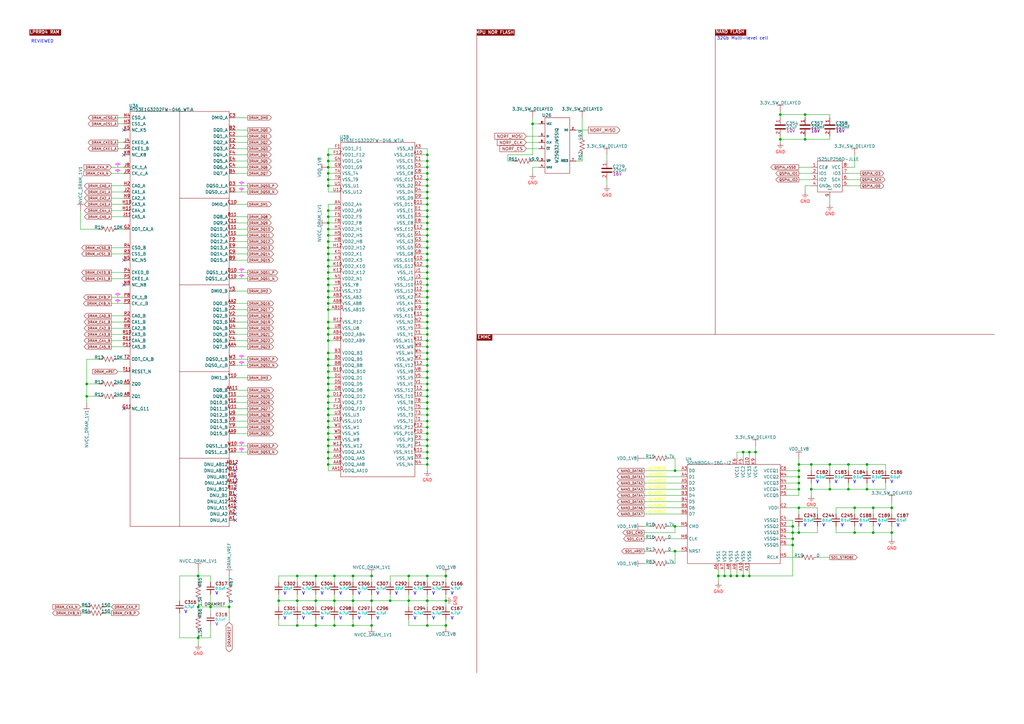
<source format=kicad_sch>
(kicad_sch (version 20230819) (generator eeschema)
  (paper "A3")
  (title_block (date "2023-05-13") (rev "1.00"))
  (junction (at 175.26 180.34))
  (junction (at 134.62 71.12))
  (junction (at 175.26 91.44))
  (junction (at 325.12 223.52))
  (junction (at 175.26 246.38))
  (junction (at 175.26 121.92))
  (junction (at 134.62 63.5))
  (junction (at 175.26 66.04))
  (junction (at 134.62 187.96))
  (junction (at 134.62 119.38))
  (junction (at 134.62 160.02))
  (junction (at 340.36 200.66))
  (junction (at 347.98 190.5))
  (junction (at 175.26 167.64))
  (junction (at 182.88 236.22))
  (junction (at 365.76 218.44))
  (junction (at 129.54 256.54))
  (junction (at 294.64 236.22))
  (junction (at 134.62 99.06))
  (junction (at 350.52 208.28))
  (junction (at 134.62 116.84))
  (junction (at 81.28 236.22))
  (junction (at 175.26 101.6))
  (junction (at 134.62 96.52))
  (junction (at 114.3 246.38))
  (junction (at 134.62 121.92))
  (junction (at 134.62 147.32))
  (junction (at 86.36 248.92))
  (junction (at 134.62 177.8))
  (junction (at 175.26 127))
  (junction (at 365.76 208.28))
  (junction (at 175.26 106.68))
  (junction (at 175.26 170.18))
  (junction (at 358.14 218.44))
  (junction (at 134.62 162.56))
  (junction (at 134.62 154.94))
  (junction (at 302.26 236.22))
  (junction (at 134.62 76.2))
  (junction (at 134.62 86.36))
  (junction (at 332.74 190.5))
  (junction (at 175.26 71.12))
  (junction (at 134.62 175.26))
  (junction (at 160.02 246.38))
  (junction (at 144.78 256.54))
  (junction (at 134.62 182.88))
  (junction (at 175.26 73.66))
  (junction (at 121.92 236.22))
  (junction (at 309.88 185.42))
  (junction (at 175.26 99.06))
  (junction (at 134.62 114.3))
  (junction (at 134.62 157.48))
  (junction (at 325.12 220.98))
  (junction (at 134.62 190.5))
  (junction (at 297.18 236.22))
  (junction (at 175.26 149.86))
  (junction (at 175.26 109.22))
  (junction (at 175.26 175.26))
  (junction (at 175.26 68.58))
  (junction (at 175.26 93.98))
  (junction (at 276.86 226.06))
  (junction (at 175.26 132.08))
  (junction (at 129.54 246.38))
  (junction (at 167.64 246.38))
  (junction (at 327.66 195.58))
  (junction (at 81.28 248.92))
  (junction (at 134.62 101.6))
  (junction (at 175.26 96.52))
  (junction (at 175.26 86.36))
  (junction (at 340.36 190.5))
  (junction (at 347.98 200.66))
  (junction (at 134.62 134.62))
  (junction (at 175.26 172.72))
  (junction (at 134.62 132.08))
  (junction (at 175.26 83.82))
  (junction (at 327.66 208.28))
  (junction (at 320.04 46.99) (diameter 0.9144))
  (junction (at 129.54 236.22))
  (junction (at 175.26 78.74))
  (junction (at 134.62 137.16))
  (junction (at 134.62 109.22))
  (junction (at 175.26 165.1))
  (junction (at 175.26 63.5))
  (junction (at 327.66 190.5))
  (junction (at 350.52 218.44))
  (junction (at 134.62 167.64))
  (junction (at 175.26 154.94))
  (junction (at 144.78 246.38))
  (junction (at 307.34 236.22))
  (junction (at 358.14 208.28))
  (junction (at 144.78 236.22))
  (junction (at 175.26 139.7))
  (junction (at 134.62 68.58))
  (junction (at 175.26 114.3))
  (junction (at 182.88 246.38))
  (junction (at 175.26 157.48))
  (junction (at 355.6 200.66))
  (junction (at 134.62 111.76))
  (junction (at 307.34 185.42))
  (junction (at 35.56 162.56))
  (junction (at 332.74 200.66))
  (junction (at 134.62 172.72))
  (junction (at 134.62 185.42))
  (junction (at 152.4 246.38))
  (junction (at 134.62 152.4))
  (junction (at 134.62 165.1))
  (junction (at 134.62 144.78))
  (junction (at 152.4 256.54))
  (junction (at 134.62 66.04))
  (junction (at 134.62 139.7))
  (junction (at 134.62 149.86))
  (junction (at 175.26 81.28))
  (junction (at 134.62 124.46))
  (junction (at 182.88 256.54))
  (junction (at 304.8 185.42))
  (junction (at 327.66 218.44))
  (junction (at 175.26 142.24))
  (junction (at 134.62 106.68))
  (junction (at 330.2 57.15) (diameter 0.9144))
  (junction (at 134.62 91.44))
  (junction (at 175.26 129.54))
  (junction (at 175.26 134.62))
  (junction (at 137.16 246.38))
  (junction (at 304.8 236.22))
  (junction (at 175.26 111.76))
  (junction (at 93.98 248.92))
  (junction (at 175.26 185.42))
  (junction (at 175.26 162.56))
  (junction (at 134.62 170.18))
  (junction (at 134.62 93.98))
  (junction (at 134.62 127))
  (junction (at 35.56 157.48))
  (junction (at 175.26 187.96))
  (junction (at 276.86 215.9))
  (junction (at 355.6 190.5))
  (junction (at 175.26 144.78))
  (junction (at 134.62 73.66))
  (junction (at 327.66 198.12))
  (junction (at 175.26 116.84))
  (junction (at 175.26 124.46))
  (junction (at 175.26 236.22))
  (junction (at 327.66 200.66))
  (junction (at 175.26 76.2))
  (junction (at 175.26 119.38))
  (junction (at 134.62 180.34))
  (junction (at 167.64 236.22))
  (junction (at 320.04 57.15) (diameter 0.9144))
  (junction (at 137.16 256.54))
  (junction (at 218.44 50.8) (diameter 0.9144))
  (junction (at 175.26 147.32))
  (junction (at 327.66 193.04))
  (junction (at 175.26 177.8))
  (junction (at 175.26 182.88))
  (junction (at 330.2 46.99) (diameter 0.9144))
  (junction (at 137.16 236.22))
  (junction (at 175.26 160.02))
  (junction (at 175.26 190.5))
  (junction (at 152.4 236.22))
  (junction (at 81.28 261.62))
  (junction (at 175.26 137.16))
  (junction (at 121.92 256.54))
  (junction (at 299.72 236.22))
  (junction (at 134.62 104.14))
  (junction (at 325.12 218.44))
  (junction (at 175.26 104.14))
  (junction (at 175.26 88.9))
  (junction (at 175.26 256.54))
  (junction (at 121.92 246.38))
  (junction (at 276.86 193.04))
  (junction (at 325.12 215.9))
  (junction (at 175.26 152.4))
  (junction (at 134.62 88.9))
  (no_connect (at 50.8 106.68))
  (no_connect (at 50.8 116.84))
  (no_connect (at 96.52 193.04))
  (no_connect (at 96.52 203.2))
  (no_connect (at 96.52 195.58))
  (no_connect (at 96.52 190.5))
  (no_connect (at 96.52 198.12))
  (no_connect (at 96.52 213.36))
  (no_connect (at 96.52 208.28))
  (no_connect (at 96.52 205.74))
  (no_connect (at 96.52 200.66))
  (no_connect (at 96.52 210.82))
  (no_connect (at 50.8 167.64))
  (no_connect (at 50.8 63.5))
  (no_connect (at 50.8 53.34))
  (wire (pts (xy 134.62 180.34) (xy 137.16 180.34)))
  (wire (pts (xy 264.16 200.66) (xy 279.4 200.66)))
  (wire (pts (xy 86.36 248.92) (xy 93.98 248.92)))
  (wire (pts (xy 322.58 223.52) (xy 325.12 223.52)))
  (wire (pts (xy 121.92 256.54) (xy 114.3 256.54)))
  (wire (pts (xy 274.32 231.14) (xy 276.86 231.14)))
  (wire (pts (xy 294.64 236.22) (xy 294.64 238.76)))
  (wire (pts (xy 297.18 233.68) (xy 297.18 236.22)))
  (wire (pts (xy 172.72 154.94) (xy 175.26 154.94)))
  (wire (pts (xy 40.64 157.48) (xy 35.56 157.48)))
  (wire (pts (xy 129.54 243.84) (xy 129.54 246.38)))
  (wire (pts (xy 325.12 220.98) (xy 325.12 218.44)))
  (wire (pts (xy 45.72 101.6) (xy 50.8 101.6)))
  (wire (pts (xy 182.88 256.54) (xy 175.26 256.54)))
  (wire (pts (xy 175.26 162.56) (xy 175.26 165.1)))
  (wire (pts (xy 101.6 93.98) (xy 96.52 93.98)))
  (wire (pts (xy 175.26 142.24) (xy 175.26 144.78)))
  (wire (pts (xy 335.28 218.44) (xy 327.66 218.44)))
  (wire (pts (xy 327.66 190.5) (xy 332.74 190.5)))
  (wire (pts (xy 332.74 198.12) (xy 332.74 200.66)))
  (wire (pts (xy 274.32 187.96) (xy 276.86 187.96)))
  (wire (pts (xy 358.14 208.28) (xy 350.52 208.28)))
  (wire (pts (xy 134.62 76.2) (xy 134.62 78.74)))
  (wire (pts (xy 101.6 88.9) (xy 96.52 88.9)))
  (wire (pts (xy 302.26 233.68) (xy 302.26 236.22)))
  (wire (pts (xy 172.72 187.96) (xy 175.26 187.96)))
  (wire (pts (xy 134.62 137.16) (xy 137.16 137.16)))
  (wire (pts (xy 134.62 127) (xy 137.16 127)))
  (wire (pts (xy 322.58 215.9) (xy 325.12 215.9)))
  (wire (pts (xy 134.62 134.62) (xy 134.62 137.16)))
  (wire (pts (xy 355.6 190.5) (xy 347.98 190.5)))
  (wire (pts (xy 175.26 172.72) (xy 175.26 175.26)))
  (wire (pts (xy 134.62 111.76) (xy 134.62 114.3)))
  (wire (pts (xy 134.62 73.66) (xy 134.62 76.2)))
  (wire (pts (xy 144.78 246.38) (xy 152.4 246.38)))
  (wire (pts (xy 134.62 187.96) (xy 137.16 187.96)))
  (wire (pts (xy 175.26 88.9) (xy 175.26 91.44)))
  (wire (pts (xy 175.26 187.96) (xy 175.26 190.5)))
  (wire (pts (xy 134.62 144.78) (xy 134.62 147.32)))
  (wire (pts (xy 172.72 119.38) (xy 175.26 119.38)))
  (wire (pts (xy 152.4 254) (xy 152.4 256.54)))
  (wire (pts (xy 172.72 147.32) (xy 175.26 147.32)))
  (wire (pts (xy 175.26 177.8) (xy 175.26 180.34)))
  (wire (pts (xy 355.6 200.66) (xy 363.22 200.66)))
  (wire (pts (xy 101.6 114.3) (xy 96.52 114.3)))
  (wire (pts (xy 134.62 63.5) (xy 134.62 66.04)))
  (wire (pts (xy 327.66 198.12) (xy 322.58 198.12)))
  (wire (pts (xy 134.62 86.36) (xy 137.16 86.36)))
  (wire (pts (xy 327.66 193.04) (xy 327.66 195.58)))
  (wire (pts (xy 134.62 147.32) (xy 137.16 147.32)))
  (wire (pts (xy 330.2 57.15) (xy 340.36 57.15)))
  (wire (pts (xy 134.62 104.14) (xy 137.16 104.14)))
  (wire (pts (xy 144.78 246.38) (xy 144.78 248.92)))
  (wire (pts (xy 274.32 226.06) (xy 276.86 226.06)))
  (wire (pts (xy 175.26 157.48) (xy 175.26 160.02)))
  (wire (pts (xy 137.16 236.22) (xy 144.78 236.22)))
  (wire (pts (xy 248.92 63.5) (xy 248.92 66.04)))
  (wire (pts (xy 129.54 256.54) (xy 121.92 256.54)))
  (wire (pts (xy 172.72 106.68) (xy 175.26 106.68)))
  (wire (pts (xy 134.62 154.94) (xy 137.16 154.94)))
  (wire (pts (xy 358.14 218.44) (xy 365.76 218.44)))
  (wire (pts (xy 210.82 66.04) (xy 208.28 66.04)))
  (wire (pts (xy 342.9 218.44) (xy 342.9 215.9)))
  (wire (pts (xy 325.12 236.22) (xy 307.34 236.22)))
  (wire (pts (xy 175.26 137.16) (xy 175.26 139.7)))
  (wire (pts (xy 73.66 236.22) (xy 73.66 246.38)))
  (wire (pts (xy 325.12 223.52) (xy 325.12 236.22)))
  (wire (pts (xy 45.72 124.46) (xy 50.8 124.46)))
  (wire (pts (xy 172.72 160.02) (xy 175.26 160.02)))
  (wire (pts (xy 134.62 185.42) (xy 134.62 187.96)))
  (wire (pts (xy 236.22 66.04) (xy 238.76 66.04)))
  (wire (pts (xy 121.92 246.38) (xy 121.92 248.92)))
  (wire (pts (xy 101.6 71.12) (xy 96.52 71.12)))
  (wire (pts (xy 172.72 111.76) (xy 175.26 111.76)))
  (wire (pts (xy 175.26 134.62) (xy 175.26 132.08)))
  (wire (pts (xy 322.58 218.44) (xy 325.12 218.44)))
  (wire (pts (xy 101.6 132.08) (xy 96.52 132.08)))
  (wire (pts (xy 365.76 218.44) (xy 365.76 220.98)))
  (wire (pts (xy 134.62 68.58) (xy 134.62 71.12)))
  (wire (pts (xy 101.6 99.06) (xy 96.52 99.06)))
  (wire (pts (xy 101.6 134.62) (xy 96.52 134.62)))
  (wire (pts (xy 238.76 48.26) (xy 238.76 55.88)))
  (wire (pts (xy 208.28 63.5) (xy 218.44 63.5)))
  (wire (pts (xy 134.62 193.04) (xy 137.16 193.04)))
  (wire (pts (xy 73.66 236.22) (xy 81.28 236.22)))
  (wire (pts (xy 276.86 187.96) (xy 276.86 193.04)))
  (wire (pts (xy 134.62 147.32) (xy 134.62 149.86)))
  (wire (pts (xy 172.72 177.8) (xy 175.26 177.8)))
  (wire (pts (xy 302.26 185.42) (xy 304.8 185.42)))
  (wire (pts (xy 172.72 101.6) (xy 175.26 101.6)))
  (wire (pts (xy 355.6 190.5) (xy 355.6 193.04)))
  (wire (pts (xy 137.16 254) (xy 137.16 256.54)))
  (wire (pts (xy 172.72 73.66) (xy 175.26 73.66)))
  (wire (pts (xy 307.34 236.22) (xy 304.8 236.22)))
  (wire (pts (xy 101.6 66.04) (xy 96.52 66.04)))
  (wire (pts (xy 327.66 203.2) (xy 322.58 203.2)))
  (wire (pts (xy 167.64 236.22) (xy 175.26 236.22)))
  (wire (pts (xy 175.26 256.54) (xy 167.64 256.54)))
  (wire (pts (xy 167.64 254) (xy 167.64 256.54)))
  (wire (pts (xy 45.72 76.2) (xy 50.8 76.2)))
  (wire (pts (xy 175.26 96.52) (xy 175.26 99.06)))
  (wire (pts (xy 340.36 228.6) (xy 335.28 228.6)))
  (wire (pts (xy 134.62 109.22) (xy 137.16 109.22)))
  (wire (pts (xy 81.28 236.22) (xy 81.28 238.76)))
  (wire (pts (xy 264.16 231.14) (xy 266.7 231.14)))
  (wire (pts (xy 325.12 223.52) (xy 325.12 220.98)))
  (wire (pts (xy 365.76 205.74) (xy 365.76 208.28)))
  (wire (pts (xy 175.26 246.38) (xy 167.64 246.38)))
  (wire (pts (xy 327.66 187.96) (xy 327.66 190.5)))
  (wire (pts (xy 276.86 226.06) (xy 276.86 231.14)))
  (wire (pts (xy 325.12 218.44) (xy 327.66 218.44)))
  (wire (pts (xy 340.36 46.99) (xy 340.36 48.26)))
  (wire (pts (xy 134.62 144.78) (xy 137.16 144.78)))
  (wire (pts (xy 134.62 78.74) (xy 137.16 78.74)))
  (wire (pts (xy 175.26 116.84) (xy 175.26 119.38)))
  (wire (pts (xy 327.66 68.58) (xy 332.74 68.58)))
  (wire (pts (xy 172.72 157.48) (xy 175.26 157.48)))
  (wire (pts (xy 172.72 60.96) (xy 175.26 60.96)))
  (wire (pts (xy 121.92 246.38) (xy 129.54 246.38)))
  (wire (pts (xy 86.36 238.76) (xy 86.36 236.22)))
  (wire (pts (xy 172.72 190.5) (xy 175.26 190.5)))
  (wire (pts (xy 81.28 261.62) (xy 81.28 264.16)))
  (wire (pts (xy 134.62 101.6) (xy 137.16 101.6)))
  (wire (pts (xy 264.16 187.96) (xy 266.7 187.96)))
  (wire (pts (xy 160.02 246.38) (xy 160.02 243.84)))
  (wire (pts (xy 134.62 71.12) (xy 137.16 71.12)))
  (wire (pts (xy 175.26 175.26) (xy 175.26 177.8)))
  (wire (pts (xy 302.26 236.22) (xy 299.72 236.22)))
  (wire (pts (xy 218.44 50.8) (xy 220.98 50.8)))
  (wire (pts (xy 307.34 185.42) (xy 309.88 185.42)))
  (wire (pts (xy 175.26 144.78) (xy 175.26 147.32)))
  (wire (pts (xy 172.72 170.18) (xy 175.26 170.18)))
  (wire (pts (xy 172.72 124.46) (xy 175.26 124.46)))
  (wire (pts (xy 101.6 149.86) (xy 96.52 149.86)))
  (wire (pts (xy 134.62 187.96) (xy 134.62 190.5)))
  (wire (pts (xy 175.26 165.1) (xy 175.26 167.64)))
  (wire (pts (xy 175.26 254) (xy 175.26 256.54)))
  (wire (pts (xy 45.72 111.76) (xy 50.8 111.76)))
  (wire (pts (xy 134.62 127) (xy 134.62 132.08)))
  (wire (pts (xy 332.74 200.66) (xy 340.36 200.66)))
  (wire (pts (xy 365.76 208.28) (xy 365.76 210.82)))
  (wire (pts (xy 363.22 200.66) (xy 363.22 198.12)))
  (wire (pts (xy 175.26 152.4) (xy 175.26 154.94)))
  (wire (pts (xy 172.72 172.72) (xy 175.26 172.72)))
  (wire (pts (xy 172.72 71.12) (xy 175.26 71.12)))
  (wire (pts (xy 35.56 147.32) (xy 35.56 157.48)))
  (wire (pts (xy 350.52 63.5) (xy 350.52 68.58)))
  (wire (pts (xy 134.62 185.42) (xy 137.16 185.42)))
  (wire (pts (xy 101.6 137.16) (xy 96.52 137.16)))
  (wire (pts (xy 144.78 256.54) (xy 152.4 256.54)))
  (wire (pts (xy 175.26 154.94) (xy 175.26 157.48)))
  (wire (pts (xy 134.62 165.1) (xy 137.16 165.1)))
  (wire (pts (xy 121.92 236.22) (xy 121.92 238.76)))
  (wire (pts (xy 175.26 149.86) (xy 175.26 152.4)))
  (wire (pts (xy 274.32 220.98) (xy 279.4 220.98)))
  (wire (pts (xy 322.58 213.36) (xy 325.12 213.36)))
  (wire (pts (xy 48.26 60.96) (xy 50.8 60.96)))
  (wire (pts (xy 309.88 182.88) (xy 309.88 185.42)))
  (wire (pts (xy 172.72 78.74) (xy 175.26 78.74)))
  (wire (pts (xy 172.72 137.16) (xy 175.26 137.16)))
  (wire (pts (xy 172.72 66.04) (xy 175.26 66.04)))
  (wire (pts (xy 160.02 236.22) (xy 167.64 236.22)))
  (wire (pts (xy 45.72 114.3) (xy 50.8 114.3)))
  (wire (pts (xy 320.04 57.15) (xy 330.2 57.15)))
  (wire (pts (xy 33.02 86.36) (xy 33.02 93.98)))
  (wire (pts (xy 218.44 68.58) (xy 220.98 68.58)))
  (wire (pts (xy 152.4 243.84) (xy 152.4 246.38)))
  (wire (pts (xy 175.26 236.22) (xy 182.88 236.22)))
  (wire (pts (xy 134.62 172.72) (xy 137.16 172.72)))
  (wire (pts (xy 134.62 86.36) (xy 134.62 88.9)))
  (wire (pts (xy 175.26 114.3) (xy 175.26 116.84)))
  (wire (pts (xy 175.26 246.38) (xy 175.26 243.84)))
  (wire (pts (xy 101.6 104.14) (xy 96.52 104.14)))
  (wire (pts (xy 172.72 121.92) (xy 175.26 121.92)))
  (wire (pts (xy 218.44 71.12) (xy 218.44 68.58)))
  (wire (pts (xy 320.04 45.72) (xy 320.04 46.99)))
  (wire (pts (xy 101.6 119.38) (xy 96.52 119.38)))
  (wire (pts (xy 335.28 210.82) (xy 335.28 208.28)))
  (wire (pts (xy 172.72 86.36) (xy 175.26 86.36)))
  (wire (pts (xy 175.26 106.68) (xy 175.26 109.22)))
  (wire (pts (xy 144.78 254) (xy 144.78 256.54)))
  (wire (pts (xy 175.26 160.02) (xy 175.26 162.56)))
  (wire (pts (xy 134.62 96.52) (xy 137.16 96.52)))
  (wire (pts (xy 40.64 147.32) (xy 35.56 147.32)))
  (wire (pts (xy 134.62 132.08) (xy 134.62 134.62)))
  (wire (pts (xy 101.6 182.88) (xy 96.52 182.88)))
  (wire (pts (xy 175.26 134.62) (xy 175.26 137.16)))
  (wire (pts (xy 114.3 243.84) (xy 114.3 246.38)))
  (wire (pts (xy 175.26 170.18) (xy 175.26 172.72)))
  (wire (pts (xy 137.16 243.84) (xy 137.16 246.38)))
  (wire (pts (xy 134.62 149.86) (xy 134.62 152.4)))
  (wire (pts (xy 134.62 119.38) (xy 137.16 119.38)))
  (wire (pts (xy 129.54 254) (xy 129.54 256.54)))
  (wire (pts (xy 248.92 73.66) (xy 248.92 76.2)))
  (wire (pts (xy 307.34 233.68) (xy 307.34 236.22)))
  (wire (pts (xy 218.44 63.5) (xy 218.44 50.8)))
  (wire (pts (xy 276.86 215.9) (xy 279.4 215.9)))
  (wire (pts (xy 320.04 46.99) (xy 320.04 48.26)))
  (wire (pts (xy 172.72 167.64) (xy 175.26 167.64)))
  (wire (pts (xy 332.74 190.5) (xy 332.74 193.04)))
  (wire (pts (xy 215.9 55.88) (xy 220.98 55.88)))
  (wire (pts (xy 114.3 246.38) (xy 121.92 246.38)))
  (wire (pts (xy 134.62 180.34) (xy 134.62 182.88)))
  (polyline (pts (xy 293.37 12.065) (xy 293.37 137.16)) (stroke (width 0) (color 132 0 0 1)))
  (wire (pts (xy 175.26 76.2) (xy 175.26 78.74)))
  (wire (pts (xy 114.3 236.22) (xy 114.3 238.76)))
  (wire (pts (xy 144.78 256.54) (xy 137.16 256.54)))
  (wire (pts (xy 264.16 220.98) (xy 266.7 220.98)))
  (wire (pts (xy 218.44 48.26) (xy 218.44 50.8)))
  (wire (pts (xy 101.6 68.58) (xy 96.52 68.58)))
  (wire (pts (xy 134.62 172.72) (xy 134.62 175.26)))
  (wire (pts (xy 358.14 218.44) (xy 358.14 215.9)))
  (wire (pts (xy 86.36 243.84) (xy 86.36 248.92)))
  (wire (pts (xy 43.18 251.46) (xy 45.72 251.46)))
  (wire (pts (xy 96.52 154.94) (xy 101.6 154.94)))
  (wire (pts (xy 45.72 121.92) (xy 50.8 121.92)))
  (wire (pts (xy 86.36 236.22) (xy 81.28 236.22)))
  (wire (pts (xy 101.6 162.56) (xy 96.52 162.56)))
  (wire (pts (xy 350.52 208.28) (xy 350.52 210.82)))
  (wire (pts (xy 134.62 139.7) (xy 134.62 144.78)))
  (wire (pts (xy 175.26 93.98) (xy 175.26 96.52)))
  (wire (pts (xy 45.72 88.9) (xy 50.8 88.9)))
  (wire (pts (xy 327.66 200.66) (xy 322.58 200.66)))
  (wire (pts (xy 327.66 208.28) (xy 335.28 208.28)))
  (wire (pts (xy 327.66 195.58) (xy 322.58 195.58)))
  (wire (pts (xy 45.72 81.28) (xy 50.8 81.28)))
  (wire (pts (xy 48.26 162.56) (xy 50.8 162.56)))
  (wire (pts (xy 332.74 200.66) (xy 332.74 203.2)))
  (wire (pts (xy 134.62 157.48) (xy 137.16 157.48)))
  (wire (pts (xy 33.02 251.46) (xy 35.56 251.46)))
  (wire (pts (xy 172.72 76.2) (xy 175.26 76.2)))
  (wire (pts (xy 167.64 246.38) (xy 167.64 248.92)))
  (wire (pts (xy 45.72 139.7) (xy 50.8 139.7)))
  (wire (pts (xy 347.98 190.5) (xy 340.36 190.5)))
  (wire (pts (xy 134.62 121.92) (xy 134.62 124.46)))
  (wire (pts (xy 129.54 236.22) (xy 137.16 236.22)))
  (wire (pts (xy 45.72 142.24) (xy 50.8 142.24)))
  (wire (pts (xy 137.16 162.56) (xy 134.62 162.56)))
  (wire (pts (xy 81.28 261.62) (xy 81.28 259.08)))
  (wire (pts (xy 358.14 208.28) (xy 358.14 210.82)))
  (wire (pts (xy 96.52 165.1) (xy 101.6 165.1)))
  (wire (pts (xy 327.66 200.66) (xy 327.66 203.2)))
  (wire (pts (xy 320.04 46.99) (xy 330.2 46.99)))
  (wire (pts (xy 134.62 99.06) (xy 137.16 99.06)))
  (wire (pts (xy 264.16 208.28) (xy 279.4 208.28)))
  (wire (pts (xy 175.26 99.06) (xy 175.26 101.6)))
  (wire (pts (xy 175.26 60.96) (xy 175.26 63.5)))
  (wire (pts (xy 304.8 233.68) (xy 304.8 236.22)))
  (wire (pts (xy 350.52 218.44) (xy 358.14 218.44)))
  (wire (pts (xy 134.62 124.46) (xy 137.16 124.46)))
  (wire (pts (xy 327.66 73.66) (xy 332.74 73.66)))
  (wire (pts (xy 175.26 73.66) (xy 175.26 76.2)))
  (wire (pts (xy 137.16 121.92) (xy 134.62 121.92)))
  (wire (pts (xy 325.12 218.44) (xy 325.12 215.9)))
  (wire (pts (xy 175.26 109.22) (xy 175.26 111.76)))
  (wire (pts (xy 276.86 193.04) (xy 279.4 193.04)))
  (wire (pts (xy 175.26 190.5) (xy 175.26 193.04)))
  (wire (pts (xy 172.72 109.22) (xy 175.26 109.22)))
  (wire (pts (xy 129.54 246.38) (xy 129.54 248.92)))
  (wire (pts (xy 134.62 109.22) (xy 134.62 111.76)))
  (wire (pts (xy 81.28 246.38) (xy 81.28 248.92)))
  (wire (pts (xy 101.6 53.34) (xy 96.52 53.34)))
  (wire (pts (xy 175.26 91.44) (xy 175.26 93.98)))
  (wire (pts (xy 274.32 215.9) (xy 276.86 215.9)))
  (wire (pts (xy 327.66 71.12) (xy 332.74 71.12)))
  (wire (pts (xy 355.6 200.66) (xy 355.6 198.12)))
  (wire (pts (xy 353.06 71.12) (xy 347.98 71.12)))
  (wire (pts (xy 299.72 233.68) (xy 299.72 236.22)))
  (wire (pts (xy 172.72 134.62) (xy 175.26 134.62)))
  (wire (pts (xy 101.6 96.52) (xy 96.52 96.52)))
  (wire (pts (xy 101.6 101.6) (xy 96.52 101.6)))
  (wire (pts (xy 45.72 129.54) (xy 50.8 129.54)))
  (wire (pts (xy 264.16 195.58) (xy 279.4 195.58)))
  (wire (pts (xy 172.72 99.06) (xy 175.26 99.06)))
  (wire (pts (xy 137.16 83.82) (xy 134.62 83.82)))
  (wire (pts (xy 365.76 215.9) (xy 365.76 218.44)))
  (wire (pts (xy 297.18 236.22) (xy 294.64 236.22)))
  (wire (pts (xy 172.72 127) (xy 175.26 127)))
  (wire (pts (xy 134.62 93.98) (xy 134.62 96.52)))
  (wire (pts (xy 327.66 208.28) (xy 327.66 210.82)))
  (wire (pts (xy 129.54 236.22) (xy 129.54 238.76)))
  (wire (pts (xy 101.6 78.74) (xy 96.52 78.74)))
  (wire (pts (xy 175.26 81.28) (xy 175.26 83.82)))
  (wire (pts (xy 114.3 254) (xy 114.3 256.54)))
  (wire (pts (xy 93.98 246.38) (xy 93.98 248.92)))
  (wire (pts (xy 175.26 111.76) (xy 175.26 114.3)))
  (wire (pts (xy 175.26 167.64) (xy 175.26 170.18)))
  (wire (pts (xy 134.62 175.26) (xy 134.62 177.8)))
  (wire (pts (xy 45.72 132.08) (xy 50.8 132.08)))
  (wire (pts (xy 307.34 187.96) (xy 307.34 185.42)))
  (wire (pts (xy 320.04 55.88) (xy 320.04 57.15)))
  (wire (pts (xy 347.98 190.5) (xy 347.98 193.04)))
  (wire (pts (xy 134.62 116.84) (xy 137.16 116.84)))
  (wire (pts (xy 353.06 73.66) (xy 347.98 73.66)))
  (wire (pts (xy 101.6 63.5) (xy 96.52 63.5)))
  (wire (pts (xy 43.18 248.92) (xy 45.72 248.92)))
  (wire (pts (xy 114.3 236.22) (xy 121.92 236.22)))
  (wire (pts (xy 134.62 104.14) (xy 134.62 106.68)))
  (wire (pts (xy 134.62 99.06) (xy 134.62 101.6)))
  (wire (pts (xy 134.62 190.5) (xy 134.62 193.04)))
  (wire (pts (xy 182.88 236.22) (xy 182.88 238.76)))
  (wire (pts (xy 86.36 261.62) (xy 81.28 261.62)))
  (wire (pts (xy 172.72 149.86) (xy 175.26 149.86)))
  (wire (pts (xy 365.76 208.28) (xy 358.14 208.28)))
  (wire (pts (xy 81.28 248.92) (xy 86.36 248.92)))
  (wire (pts (xy 134.62 152.4) (xy 137.16 152.4)))
  (wire (pts (xy 45.72 83.82) (xy 50.8 83.82)))
  (wire (pts (xy 363.22 193.04) (xy 363.22 190.5)))
  (wire (pts (xy 101.6 55.88) (xy 96.52 55.88)))
  (wire (pts (xy 48.26 58.42) (xy 50.8 58.42)))
  (wire (pts (xy 144.78 236.22) (xy 152.4 236.22)))
  (wire (pts (xy 327.66 215.9) (xy 327.66 218.44)))
  (wire (pts (xy 294.64 233.68) (xy 294.64 236.22)))
  (wire (pts (xy 264.16 203.2) (xy 279.4 203.2)))
  (wire (pts (xy 134.62 190.5) (xy 137.16 190.5)))
  (wire (pts (xy 73.66 261.62) (xy 81.28 261.62)))
  (wire (pts (xy 175.26 66.04) (xy 175.26 68.58)))
  (wire (pts (xy 304.8 236.22) (xy 302.26 236.22)))
  (wire (pts (xy 96.52 167.64) (xy 101.6 167.64)))
  (wire (pts (xy 101.6 160.02) (xy 96.52 160.02)))
  (wire (pts (xy 101.6 142.24) (xy 96.52 142.24)))
  (wire (pts (xy 101.6 139.7) (xy 96.52 139.7)))
  (wire (pts (xy 81.28 248.92) (xy 81.28 251.46)))
  (wire (pts (xy 175.26 236.22) (xy 175.26 238.76)))
  (wire (pts (xy 121.92 236.22) (xy 129.54 236.22)))
  (wire (pts (xy 175.26 63.5) (xy 175.26 66.04)))
  (wire (pts (xy 134.62 149.86) (xy 137.16 149.86)))
  (wire (pts (xy 134.62 116.84) (xy 134.62 119.38)))
  (wire (pts (xy 48.26 147.32) (xy 50.8 147.32)))
  (wire (pts (xy 134.62 68.58) (xy 137.16 68.58)))
  (wire (pts (xy 172.72 180.34) (xy 175.26 180.34)))
  (wire (pts (xy 152.4 236.22) (xy 152.4 238.76)))
  (wire (pts (xy 134.62 170.18) (xy 137.16 170.18)))
  (wire (pts (xy 175.26 124.46) (xy 175.26 127)))
  (wire (pts (xy 327.66 193.04) (xy 322.58 193.04)))
  (wire (pts (xy 218.44 66.04) (xy 220.98 66.04)))
  (wire (pts (xy 134.62 66.04) (xy 137.16 66.04)))
  (wire (pts (xy 101.6 60.96) (xy 96.52 60.96)))
  (wire (pts (xy 215.9 58.42) (xy 220.98 58.42)))
  (wire (pts (xy 330.2 46.99) (xy 330.2 48.26)))
  (wire (pts (xy 134.62 60.96) (xy 134.62 63.5)))
  (wire (pts (xy 101.6 124.46) (xy 96.52 124.46)))
  (wire (pts (xy 327.66 195.58) (xy 327.66 198.12)))
  (wire (pts (xy 302.26 187.96) (xy 302.26 185.42)))
  (wire (pts (xy 264.16 210.82) (xy 279.4 210.82)))
  (wire (pts (xy 172.72 114.3) (xy 175.26 114.3)))
  (wire (pts (xy 167.64 246.38) (xy 167.64 243.84)))
  (wire (pts (xy 342.9 208.28) (xy 350.52 208.28)))
  (wire (pts (xy 48.26 48.26) (xy 50.8 48.26)))
  (wire (pts (xy 134.62 63.5) (xy 137.16 63.5)))
  (wire (pts (xy 175.26 78.74) (xy 175.26 81.28)))
  (polyline (pts (xy 195.58 12.065) (xy 195.58 275.971)) (stroke (width 0) (color 132 0 0 1)))
  (wire (pts (xy 45.72 134.62) (xy 50.8 134.62)))
  (wire (pts (xy 134.62 154.94) (xy 134.62 157.48)))
  (wire (pts (xy 340.36 200.66) (xy 347.98 200.66)))
  (wire (pts (xy 325.12 215.9) (xy 325.12 213.36)))
  (wire (pts (xy 134.62 165.1) (xy 134.62 167.64)))
  (wire (pts (xy 175.26 127) (xy 175.26 129.54)))
  (wire (pts (xy 134.62 167.64) (xy 137.16 167.64)))
  (wire (pts (xy 134.62 134.62) (xy 137.16 134.62)))
  (wire (pts (xy 172.72 81.28) (xy 175.26 81.28)))
  (wire (pts (xy 137.16 246.38) (xy 137.16 248.92)))
  (wire (pts (xy 96.52 177.8) (xy 101.6 177.8)))
  (wire (pts (xy 347.98 200.66) (xy 355.6 200.66)))
  (wire (pts (xy 175.26 121.92) (xy 175.26 124.46)))
  (wire (pts (xy 167.64 236.22) (xy 167.64 238.76)))
  (wire (pts (xy 134.62 91.44) (xy 134.62 93.98)))
  (wire (pts (xy 264.16 198.12) (xy 279.4 198.12)))
  (wire (pts (xy 96.52 170.18) (xy 101.6 170.18)))
  (wire (pts (xy 327.66 190.5) (xy 327.66 193.04)))
  (wire (pts (xy 175.26 86.36) (xy 175.26 88.9)))
  (wire (pts (xy 134.62 66.04) (xy 134.62 68.58)))
  (wire (pts (xy 353.06 76.2) (xy 347.98 76.2)))
  (wire (pts (xy 172.72 185.42) (xy 175.26 185.42)))
  (wire (pts (xy 264.16 218.44) (xy 276.86 218.44)))
  (wire (pts (xy 342.9 210.82) (xy 342.9 208.28)))
  (wire (pts (xy 48.26 50.8) (xy 50.8 50.8)))
  (wire (pts (xy 134.62 106.68) (xy 137.16 106.68)))
  (wire (pts (xy 134.62 177.8) (xy 134.62 180.34)))
  (wire (pts (xy 134.62 76.2) (xy 137.16 76.2)))
  (wire (pts (xy 175.26 246.38) (xy 175.26 248.92)))
  (wire (pts (xy 160.02 238.76) (xy 160.02 236.22)))
  (wire (pts (xy 121.92 243.84) (xy 121.92 246.38)))
  (wire (pts (xy 327.66 198.12) (xy 327.66 200.66)))
  (wire (pts (xy 322.58 228.6) (xy 327.66 228.6)))
  (wire (pts (xy 134.62 88.9) (xy 137.16 88.9)))
  (wire (pts (xy 134.62 160.02) (xy 137.16 160.02)))
  (wire (pts (xy 172.72 129.54) (xy 175.26 129.54)))
  (wire (pts (xy 101.6 111.76) (xy 96.52 111.76)))
  (wire (pts (xy 144.78 243.84) (xy 144.78 246.38)))
  (wire (pts (xy 172.72 142.24) (xy 175.26 142.24)))
  (wire (pts (xy 175.26 147.32) (xy 175.26 149.86)))
  (wire (pts (xy 134.62 167.64) (xy 134.62 170.18)))
  (wire (pts (xy 101.6 48.26) (xy 96.52 48.26)))
  (wire (pts (xy 175.26 180.34) (xy 175.26 182.88)))
  (wire (pts (xy 134.62 175.26) (xy 137.16 175.26)))
  (wire (pts (xy 35.56 162.56) (xy 40.64 162.56)))
  (wire (pts (xy 340.36 57.15) (xy 340.36 55.88)))
  (wire (pts (xy 347.98 200.66) (xy 347.98 198.12)))
  (wire (pts (xy 172.72 162.56) (xy 175.26 162.56)))
  (wire (pts (xy 208.28 63.5) (xy 208.28 66.04)))
  (wire (pts (xy 309.88 185.42) (xy 309.88 187.96)))
  (wire (pts (xy 172.72 165.1) (xy 175.26 165.1)))
  (wire (pts (xy 137.16 236.22) (xy 137.16 238.76)))
  (wire (pts (xy 350.52 218.44) (xy 342.9 218.44)))
  (wire (pts (xy 172.72 182.88) (xy 175.26 182.88)))
  (wire (pts (xy 340.36 200.66) (xy 340.36 198.12)))
  (wire (pts (xy 182.88 246.38) (xy 175.26 246.38)))
  (wire (pts (xy 45.72 78.74) (xy 50.8 78.74)))
  (wire (pts (xy 264.16 193.04) (xy 276.86 193.04)))
  (wire (pts (xy 129.54 246.38) (xy 137.16 246.38)))
  (wire (pts (xy 350.52 68.58) (xy 347.98 68.58)))
  (wire (pts (xy 101.6 83.82) (xy 96.52 83.82)))
  (wire (pts (xy 172.72 88.9) (xy 175.26 88.9)))
  (wire (pts (xy 330.2 76.2) (xy 332.74 76.2)))
  (wire (pts (xy 134.62 88.9) (xy 134.62 91.44)))
  (wire (pts (xy 172.72 68.58) (xy 175.26 68.58)))
  (wire (pts (xy 266.7 215.9) (xy 264.16 215.9)))
  (wire (pts (xy 101.6 58.42) (xy 96.52 58.42)))
  (wire (pts (xy 182.88 243.84) (xy 182.88 246.38)))
  (wire (pts (xy 264.16 226.06) (xy 266.7 226.06)))
  (wire (pts (xy 134.62 139.7) (xy 137.16 139.7)))
  (wire (pts (xy 350.52 215.9) (xy 350.52 218.44)))
  (wire (pts (xy 175.26 182.88) (xy 175.26 185.42)))
  (wire (pts (xy 330.2 46.99) (xy 340.36 46.99)))
  (wire (pts (xy 86.36 256.54) (xy 86.36 261.62)))
  (wire (pts (xy 86.36 248.92) (xy 86.36 251.46)))
  (wire (pts (xy 134.62 119.38) (xy 134.62 121.92)))
  (wire (pts (xy 175.26 83.82) (xy 175.26 86.36)))
  (wire (pts (xy 35.56 157.48) (xy 35.56 162.56)))
  (wire (pts (xy 340.36 190.5) (xy 340.36 193.04)))
  (wire (pts (xy 134.62 114.3) (xy 137.16 114.3)))
  (wire (pts (xy 101.6 106.68) (xy 96.52 106.68)))
  (wire (pts (xy 236.22 53.34) (xy 241.3 53.34)))
  (wire (pts (xy 134.62 137.16) (xy 134.62 139.7)))
  (wire (pts (xy 172.72 91.44) (xy 175.26 91.44)))
  (wire (pts (xy 134.62 101.6) (xy 134.62 104.14)))
  (wire (pts (xy 172.72 93.98) (xy 175.26 93.98)))
  (wire (pts (xy 320.04 57.15) (xy 320.04 58.42)))
  (wire (pts (xy 81.28 233.68) (xy 81.28 236.22)))
  (wire (pts (xy 93.98 236.22) (xy 93.98 238.76)))
  (wire (pts (xy 134.62 182.88) (xy 137.16 182.88)))
  (wire (pts (xy 276.86 218.44) (xy 276.86 215.9)))
  (wire (pts (xy 238.76 63.5) (xy 238.76 66.04)))
  (wire (pts (xy 101.6 185.42) (xy 96.52 185.42)))
  (wire (pts (xy 276.86 226.06) (xy 279.4 226.06)))
  (wire (pts (xy 152.4 246.38) (xy 152.4 248.92)))
  (wire (pts (xy 134.62 114.3) (xy 134.62 116.84)))
  (wire (pts (xy 96.52 175.26) (xy 101.6 175.26)))
  (wire (pts (xy 48.26 157.48) (xy 50.8 157.48)))
  (wire (pts (xy 172.72 175.26) (xy 175.26 175.26)))
  (wire (pts (xy 134.62 96.52) (xy 134.62 99.06)))
  (wire (pts (xy 137.16 246.38) (xy 144.78 246.38)))
  (wire (pts (xy 299.72 236.22) (xy 297.18 236.22)))
  (wire (pts (xy 322.58 220.98) (xy 325.12 220.98)))
  (wire (pts (xy 264.16 205.74) (xy 279.4 205.74)))
  (wire (pts (xy 335.28 215.9) (xy 335.28 218.44)))
  (wire (pts (xy 134.62 160.02) (xy 134.62 162.56)))
  (wire (pts (xy 101.6 147.32) (xy 96.52 147.32)))
  (wire (pts (xy 134.62 106.68) (xy 134.62 109.22)))
  (wire (pts (xy 134.62 177.8) (xy 137.16 177.8)))
  (wire (pts (xy 48.26 152.4) (xy 50.8 152.4)))
  (wire (pts (xy 33.02 248.92) (xy 35.56 248.92)))
  (wire (pts (xy 73.66 251.46) (xy 73.66 261.62)))
  (wire (pts (xy 172.72 104.14) (xy 175.26 104.14)))
  (wire (pts (xy 45.72 71.12) (xy 50.8 71.12)))
  (wire (pts (xy 175.26 139.7) (xy 175.26 142.24)))
  (wire (pts (xy 93.98 248.92) (xy 93.98 255.27)))
  (wire (pts (xy 96.52 172.72) (xy 101.6 172.72)))
  (wire (pts (xy 172.72 83.82) (xy 175.26 83.82)))
  (wire (pts (xy 45.72 86.36) (xy 50.8 86.36)))
  (wire (pts (xy 45.72 137.16) (xy 50.8 137.16)))
  (wire (pts (xy 137.16 256.54) (xy 129.54 256.54)))
  (polyline (pts (xy 407.924 137.16) (xy 195.58 137.16)) (stroke (width 0) (color 132 0 0 1)))
  (wire (pts (xy 330.2 78.74) (xy 330.2 76.2)))
  (wire (pts (xy 340.36 190.5) (xy 332.74 190.5)))
  (wire (pts (xy 134.62 132.08) (xy 137.16 132.08)))
  (wire (pts (xy 172.72 144.78) (xy 175.26 144.78)))
  (wire (pts (xy 114.3 246.38) (xy 114.3 248.92)))
  (wire (pts (xy 35.56 165.1) (xy 35.56 162.56)))
  (wire (pts (xy 175.26 104.14) (xy 175.26 106.68)))
  (wire (pts (xy 134.62 124.46) (xy 134.62 127)))
  (wire (pts (xy 134.62 162.56) (xy 134.62 165.1)))
  (wire (pts (xy 134.62 91.44) (xy 137.16 91.44)))
  (wire (pts (xy 304.8 187.96) (xy 304.8 185.42)))
  (wire (pts (xy 101.6 91.44) (xy 96.52 91.44)))
  (wire (pts (xy 134.62 170.18) (xy 134.62 172.72)))
  (wire (pts (xy 167.64 246.38) (xy 160.02 246.38)))
  (wire (pts (xy 45.72 104.14) (xy 50.8 104.14)))
  (wire (pts (xy 175.26 119.38) (xy 175.26 121.92)))
  (wire (pts (xy 134.62 152.4) (xy 134.62 154.94)))
  (wire (pts (xy 134.62 93.98) (xy 137.16 93.98)))
  (wire (pts (xy 330.2 57.15) (xy 330.2 55.88)))
  (wire (pts (xy 175.26 71.12) (xy 175.26 73.66)))
  (wire (pts (xy 134.62 83.82) (xy 134.62 86.36)))
  (wire (pts (xy 175.26 101.6) (xy 175.26 104.14)))
  (wire (pts (xy 175.26 132.08) (xy 172.72 132.08)))
  (wire (pts (xy 101.6 127) (xy 96.52 127)))
  (wire (pts (xy 144.78 236.22) (xy 144.78 238.76)))
  (wire (pts (xy 172.72 116.84) (xy 175.26 116.84)))
  (wire (pts (xy 175.26 68.58) (xy 175.26 71.12)))
  (wire (pts (xy 304.8 185.42) (xy 307.34 185.42)))
  (wire (pts (xy 182.88 246.38) (xy 182.88 248.92)))
  (wire (pts (xy 134.62 111.76) (xy 137.16 111.76)))
  (wire (pts (xy 172.72 139.7) (xy 175.26 139.7)))
  (wire (pts (xy 175.26 129.54) (xy 175.26 132.08)))
  (wire (pts (xy 152.4 246.38) (xy 160.02 246.38)))
  (wire (pts (xy 137.16 60.96) (xy 134.62 60.96)))
  (wire (pts (xy 101.6 76.2) (xy 96.52 76.2)))
  (wire (pts (xy 175.26 185.42) (xy 175.26 187.96)))
  (wire (pts (xy 172.72 63.5) (xy 175.26 63.5)))
  (wire (pts (xy 101.6 129.54) (xy 96.52 129.54)))
  (wire (pts (xy 172.72 152.4) (xy 175.26 152.4)))
  (wire (pts (xy 172.72 96.52) (xy 175.26 96.52)))
  (wire (pts (xy 340.36 81.28) (xy 340.36 83.82)))
  (wire (pts (xy 121.92 254) (xy 121.92 256.54)))
  (wire (pts (xy 45.72 68.58) (xy 50.8 68.58)))
  (wire (pts (xy 215.9 60.96) (xy 220.98 60.96)))
  (wire (pts (xy 134.62 73.66) (xy 137.16 73.66)))
  (wire (pts (xy 33.02 93.98) (xy 40.64 93.98)))
  (wire (pts (xy 134.62 182.88) (xy 134.62 185.42)))
  (wire (pts (xy 48.26 93.98) (xy 50.8 93.98)))
  (wire (pts (xy 182.88 254) (xy 182.88 256.54)))
  (wire (pts (xy 134.62 157.48) (xy 134.62 160.02)))
  (wire (pts (xy 363.22 190.5) (xy 355.6 190.5)))
  (wire (pts (xy 322.58 208.28) (xy 327.66 208.28)))
  (wire (pts (xy 134.62 71.12) (xy 134.62 73.66)))
  (rectangle (start 12.065 12.065) (end 25.019 14.605) (stroke (width -0.0001)) (fill (type color) (color 132 0 0 1)))
  (rectangle (start 293.37 12.065) (end 306.07 14.605) (stroke (width -0.0001)) (fill (type color) (color 132 0 0 1)))
  (rectangle (start 195.58 137.16) (end 201.93 139.7) (stroke (width -0.0001)) (fill (type color) (color 132 0 0 1)))
  (rectangle (start 195.58 12.065) (end 211.074 14.605) (stroke (width -0.0001)) (fill (type color) (color 132 0 0 1)))
  (text "REVIEWED" (at 12.7 17.78 0) (effects (font (size 1.27 1.27)) (justify left bottom)))
  (text "LPRRD4 RAM" (at 24.511 14.097 0) (effects (font (size 1.27 1.27) (thickness 0.254) bold) (justify right bottom)))
  (text "EMMC" (at 201.422 139.192 0) (effects (font (size 1.27 1.27) (thickness 0.254) bold) (justify right bottom)))
  (text "MPU NOR FLASH" (at 210.947 14.224 0) (effects (font (size 1.27 1.27) (thickness 0.254) bold) (justify right bottom)))
  (text "NAND FLASH" (at 305.435 13.97 0) (effects (font (size 1.27 1.27) (thickness 0.254) bold) (justify right bottom)))
  (text "32Gb Multi-level cell" (at 294.005 16.51 0) (effects (font (size 1.27 1.27)) (justify left bottom)))
  (label "DRAMREF" (at 83.82 248.92 0))
  (global_label "DRAM_DQ21" (shape output) (at 101.6 137.16 0) (effects (font (size 1 1))) (property "Intersheetrefs" "${INTERSHEET_REFS}" (effects hide)))
  (global_label "DRAM_DQS3_N" (shape output) (at 101.6 185.42 0) (effects (font (size 1 1))) (property "Intersheetrefs" "${INTERSHEET_REFS}" (effects hide)))
  (global_label "DRAM_CA1_A" (shape output) (at 45.72 78.74 180) (effects (font (size 1 1))) (property "Intersheetrefs" "${INTERSHEET_REFS}" (effects hide)))
  (global_label "DRAM_CKB_N" (shape output) (at 33.02 251.46 180) (effects (font (size 1 1))) (property "Intersheetrefs" "${INTERSHEET_REFS}" (effects hide)))
  (global_label "DRAM_nCS0_B" (shape output) (at 45.72 101.6 180) (effects (font (size 1 1))) (property "Intersheetrefs" "${INTERSHEET_REFS}" (effects hide)))
  (global_label "DRAM_DQ9" (shape output) (at 101.6 91.44 0) (effects (font (size 1 1))) (property "Intersheetrefs" "${INTERSHEET_REFS}" (effects hide)))
  (global_label "DRAM_CA4_A" (shape output) (at 45.72 86.36 180) (effects (font (size 1 1))) (property "Intersheetrefs" "${INTERSHEET_REFS}" (effects hide)))
  (global_label "SD1_STROBE" (shape output) (at 340.36 228.6 0) (effects (font (size 1 1))) (property "Intersheetrefs" "${INTERSHEET_REFS}" (effects hide)))
  (global_label "DRAM_CKE1_A" (shape output) (at 48.26 60.96 180) (effects (font (size 1 1))) (property "Intersheetrefs" "${INTERSHEET_REFS}" (effects hide)))
  (global_label "DRAM_DQ15" (shape output) (at 101.6 106.68 0) (effects (font (size 1 1))) (property "Intersheetrefs" "${INTERSHEET_REFS}" (effects hide)))
  (global_label "DRAM_DQ1" (shape output) (at 101.6 55.88 0) (effects (font (size 1 1))) (property "Intersheetrefs" "${INTERSHEET_REFS}" (effects hide)))
  (global_label "DRAM_DQ20" (shape output) (at 101.6 134.62 0) (effects (font (size 1 1))) (property "Intersheetrefs" "${INTERSHEET_REFS}" (effects hide)))
  (global_label "DRAM_DQS1_N" (shape output) (at 101.6 114.3 0) (effects (font (size 1 1))) (property "Intersheetrefs" "${INTERSHEET_REFS}" (effects hide)))
  (global_label "SD1_CLK" (shape output) (at 264.16 220.98 180) (effects (font (size 1 1))) (property "Intersheetrefs" "${INTERSHEET_REFS}" (effects hide)))
  (global_label "DRAM_CKA_P" (shape input) (at 45.72 68.58 180) (effects (font (size 1 1))) (property "Intersheetrefs" "${INTERSHEET_REFS}" (effects hide)))
  (global_label "DRAM_CKA_N" (shape input) (at 33.02 248.92 180) (effects (font (size 1 1))) (property "Intersheetrefs" "${INTERSHEET_REFS}" (effects hide)))
  (global_label "DRAM_CKA_N" (shape input) (at 45.72 71.12 180) (effects (font (size 1 1))) (property "Intersheetrefs" "${INTERSHEET_REFS}" (effects hide)))
  (global_label "NORF_MOSI" (shape input) (at 215.9 55.88 180) (property "Intersheetrefs" "${INTERSHEET_REFS}" (effects hide)))
  (global_label "DRAM_DQ8" (shape output) (at 101.6 88.9 0) (effects (font (size 1 1))) (property "Intersheetrefs" "${INTERSHEET_REFS}" (effects hide)))
  (global_label "SD1_CMD" (shape output) (at 264.16 218.44 180) (effects (font (size 1 1))) (property "Intersheetrefs" "${INTERSHEET_REFS}" (effects hide)))
  (global_label "DRAM_DQ24" (shape output) (at 101.6 160.02 0) (effects (font (size 1 1))) (property "Intersheetrefs" "${INTERSHEET_REFS}" (effects hide)))
  (global_label "DRAM_DQ0" (shape output) (at 101.6 53.34 0) (effects (font (size 1 1))) (property "Intersheetrefs" "${INTERSHEET_REFS}" (effects hide)))
  (global_label "NORF_CLK" (shape input) (at 215.9 58.42 180) (property "Intersheetrefs" "${INTERSHEET_REFS}" (effects hide)))
  (global_label "DRAM_DM0" (shape output) (at 101.6 48.26 0) (effects (font (size 1 1))) (property "Intersheetrefs" "${INTERSHEET_REFS}" (effects hide)))
  (global_label "NORF_CS" (shape input) (at 215.9 60.96 180) (property "Intersheetrefs" "${INTERSHEET_REFS}" (effects hide)))
  (global_label "DRAM_CA0_A" (shape output) (at 45.72 76.2 180) (effects (font (size 1 1))) (property "Intersheetrefs" "${INTERSHEET_REFS}" (effects hide)))
  (global_label "DRAM_DQ26" (shape output) (at 101.6 165.1 0) (effects (font (size 1 1))) (property "Intersheetrefs" "${INTERSHEET_REFS}" (effects hide)))
  (global_label "DRAM_DQ25" (shape output) (at 101.6 162.56 0) (effects (font (size 1 1))) (property "Intersheetrefs" "${INTERSHEET_REFS}" (effects hide)))
  (global_label "DRAM_CKE1_B" (shape output) (at 45.72 114.3 180) (effects (font (size 1 1))) (property "Intersheetrefs" "${INTERSHEET_REFS}" (effects hide)))
  (global_label "NAND_DATA0" (shape output) (at 264.16 193.04 180) (effects (font (size 1 1))) (property "Intersheetrefs" "${INTERSHEET_REFS}" (effects hide)))
  (global_label "DRAM_CA4_B" (shape output) (at 45.72 139.7 180) (effects (font (size 1 1))) (property "Intersheetrefs" "${INTERSHEET_REFS}" (effects hide)))
  (global_label "NAND_DATA3" (shape output) (at 264.16 200.66 180) (effects (font (size 1 1))) (property "Intersheetrefs" "${INTERSHEET_REFS}" (effects hide)))
  (global_label "DRAM_CA2_B" (shape output) (at 45.72 134.62 180) (effects (font (size 1 1))) (property "Intersheetrefs" "${INTERSHEET_REFS}" (effects hide)))
  (global_label "NAND_DATA1" (shape output) (at 264.16 195.58 180) (effects (font (size 1 1))) (property "Intersheetrefs" "${INTERSHEET_REFS}" (effects hide)))
  (global_label "DRAM_DQS0_P" (shape output) (at 101.6 76.2 0) (effects (font (size 1 1))) (property "Intersheetrefs" "${INTERSHEET_REFS}" (effects hide)))
  (global_label "DRAM_CA0_B" (shape output) (at 45.72 129.54 180) (effects (font (size 1 1))) (property "Intersheetrefs" "${INTERSHEET_REFS}" (effects hide)))
  (global_label "DRAM_CA3_A" (shape output) (at 45.72 83.82 180) (effects (font (size 1 1))) (property "Intersheetrefs" "${INTERSHEET_REFS}" (effects hide)))
  (global_label "DRAM_CKE0_A" (shape output) (at 48.26 58.42 180) (effects (font (size 1 1))) (property "Intersheetrefs" "${INTERSHEET_REFS}" (effects hide)))
  (global_label "DRAM_DQ27" (shape output) (at 101.6 167.64 0) (effects (font (size 1 1))) (property "Intersheetrefs" "${INTERSHEET_REFS}" (effects hide)))
  (global_label "DRAMREF" (shape bidirectional) (at 93.98 255.27 270) (property "Intersheetrefs" "${INTERSHEET_REFS}" (effects hide)))
  (global_label "QSPIA_IO2" (shape output) (at 327.66 73.66 180) (effects (font (size 1 1))) (property "Intersheetrefs" "${INTERSHEET_REFS}" (effects hide)))
  (global_label "DRAM_DQ6" (shape output) (at 101.6 68.58 0) (effects (font (size 1 1))) (property "Intersheetrefs" "${INTERSHEET_REFS}" (effects hide)))
  (global_label "DRAM_nCS1_A" (shape output) (at 48.26 50.8 180) (effects (font (size 1 1))) (property "Intersheetrefs" "${INTERSHEET_REFS}" (effects hide)))
  (global_label "DRAM_DQS1_P" (shape output) (at 101.6 111.76 0) (effects (font (size 1 1))) (property "Intersheetrefs" "${INTERSHEET_REFS}" (effects hide)))
  (global_label "QSPIA_nSS0 " (shape output) (at 327.66 68.58 180) (effects (font (size 1 1))) (property "Intersheetrefs" "${INTERSHEET_REFS}" (effects hide)))
  (global_label "QSPIA_IO1" (shape output) (at 327.66 71.12 180) (effects (font (size 1 1))) (property "Intersheetrefs" "${INTERSHEET_REFS}" (effects hide)))
  (global_label "DRAM_DQ7" (shape output) (at 101.6 71.12 0) (effects (font (size 1 1))) (property "Intersheetrefs" "${INTERSHEET_REFS}" (effects hide)))
  (global_label "DRAM_DQ19" (shape output) (at 101.6 132.08 0) (effects (font (size 1 1))) (property "Intersheetrefs" "${INTERSHEET_REFS}" (effects hide)))
  (global_label "DRAM_DQ17" (shape output) (at 101.6 127 0) (effects (font (size 1 1))) (property "Intersheetrefs" "${INTERSHEET_REFS}" (effects hide)))
  (global_label "DRAM_nCS0_A" (shape output) (at 48.26 48.26 180) (effects (font (size 1 1))) (property "Intersheetrefs" "${INTERSHEET_REFS}" (effects hide)))
  (global_label "DRAM_DQS3_P" (shape output) (at 101.6 182.88 0) (effects (font (size 1 1))) (property "Intersheetrefs" "${INTERSHEET_REFS}" (effects hide)))
  (global_label "NORF_MISO" (shape output) (at 241.3 53.34 0) (property "Intersheetrefs" "${INTERSHEET_REFS}" (effects hide)))
  (global_label "DRAM_DQS0_N" (shape output) (at 101.6 78.74 0) (effects (font (size 1 1))) (property "Intersheetrefs" "${INTERSHEET_REFS}" (effects hide)))
  (global_label "DRAM_DQ22" (shape output) (at 101.6 139.7 0) (effects (font (size 1 1))) (property "Intersheetrefs" "${INTERSHEET_REFS}" (effects hide)))
  (global_label "DRAM_CA3_B" (shape output) (at 45.72 137.16 180) (effects (font (size 1 1))) (property "Intersheetrefs" "${INTERSHEET_REFS}" (effects hide)))
  (global_label "DRAM_CKA_P" (shape input) (at 45.72 248.92 0) (effects (font (size 1 1))) (property "Intersheetrefs" "${INTERSHEET_REFS}" (effects hide)))
  (global_label "QSPIA_IO3" (shape output) (at 353.06 71.12 0) (effects (font (size 1 1))) (property "Intersheetrefs" "${INTERSHEET_REFS}" (effects hide)))
  (global_label "DRAM_DM1" (shape output) (at 101.6 83.82 0) (effects (font (size 1 1))) (property "Intersheetrefs" "${INTERSHEET_REFS}" (effects hide)))
  (global_label "DRAM_DQS2_N" (shape output) (at 101.6 149.86 0) (effects (font (size 1 1))) (property "Intersheetrefs" "${INTERSHEET_REFS}" (effects hide)))
  (global_label "DRAM_DM3" (shape output) (at 101.6 154.94 0) (effects (font (size 1 1))) (property "Intersheetrefs" "${INTERSHEET_REFS}" (effects hide)))
  (global_label "DRAM_DQ16" (shape output) (at 101.6 124.46 0) (effects (font (size 1 1))) (property "Intersheetrefs" "${INTERSHEET_REFS}" (effects hide)))
  (global_label "DRAM_DQ28" (shape output) (at 101.6 170.18 0) (effects (font (size 1 1))) (property "Intersheetrefs" "${INTERSHEET_REFS}" (effects hide)))
  (global_label "DRAM_DQ4" (shape output) (at 101.6 63.5 0) (effects (font (size 1 1))) (property "Intersheetrefs" "${INTERSHEET_REFS}" (effects hide)))
  (global_label "DRAM_DQ13" (shape output) (at 101.6 101.6 0) (effects (font (size 1 1))) (property "Intersheetrefs" "${INTERSHEET_REFS}" (effects hide)))
  (global_label "DRAM_CA2_A" (shape output) (at 45.72 81.28 180) (effects (font (size 1 1))) (property "Intersheetrefs" "${INTERSHEET_REFS}" (effects hide)))
  (global_label "DRAM_DM2" (shape output) (at 101.6 119.38 0) (effects (font (size 1 1))) (property "Intersheetrefs" "${INTERSHEET_REFS}" (effects hide)))
  (global_label "DRAM_CA5_A" (shape output) (at 45.72 88.9 180) (effects (font (size 1 1))) (property "Intersheetrefs" "${INTERSHEET_REFS}" (effects hide)))
  (global_label "DRAM_CA5_B" (shape output) (at 45.72 142.24 180) (effects (font (size 1 1))) (property "Intersheetrefs" "${INTERSHEET_REFS}" (effects hide)))
  (global_label "DRAM_DQ10" (shape output) (at 101.6 93.98 0) (effects (font (size 1 1))) (property "Intersheetrefs" "${INTERSHEET_REFS}" (effects hide)))
  (global_label "NAND_DATA2" (shape output) (at 264.16 198.12 180) (effects (font (size 1 1))) (property "Intersheetrefs" "${INTERSHEET_REFS}" (effects hide)))
  (global_label "DRAM_DQ14" (shape output) (at 101.6 104.14 0) (effects (font (size 1 1))) (property "Intersheetrefs" "${INTERSHEET_REFS}" (effects hide)))
  (global_label "DRAM_CKB_N" (shape output) (at 45.72 124.46 180) (effects (font (size 1 1))) (property "Intersheetrefs" "${INTERSHEET_REFS}" (effects hide)))
  (global_label "NAND_DATA6" (shape output) (at 264.16 208.28 180) (effects (font (size 1 1))) (property "Intersheetrefs" "${INTERSHEET_REFS}" (effects hide)))
  (global_label "DRAM_DQS2_P" (shape output) (at 101.6 147.32 0) (effects (font (size 1 1))) (property "Intersheetrefs" "${INTERSHEET_REFS}" (effects hide)))
  (global_label "DRAM_CKB_P" (shape output) (at 45.72 251.46 0) (effects (font (size 1 1))) (property "Intersheetrefs" "${INTERSHEET_REFS}" (effects hide)))
  (global_label "DRAM_DQ11" (shape output) (at 101.6 96.52 0) (effects (font (size 1 1))) (property "Intersheetrefs" "${INTERSHEET_REFS}" (effects hide)))
  (global_label "DRAM_CKB_P" (shape output) (at 45.72 121.92 180) (effects (font (size 1 1))) (property "Intersheetrefs" "${INTERSHEET_REFS}" (effects hide)))
  (global_label "DRAM_DQ29" (shape output) (at 101.6 172.72 0) (effects (font (size 1 1))) (property "Intersheetrefs" "${INTERSHEET_REFS}" (effects hide)))
  (global_label "DRAM_DQ23" (shape output) (at 101.6 142.24 0) (effects (font (size 1 1))) (property "Intersheetrefs" "${INTERSHEET_REFS}" (effects hide)))
  (global_label "DRAM_CA1_B" (shape output) (at 45.72 132.08 180) (effects (font (size 1 1))) (property "Intersheetrefs" "${INTERSHEET_REFS}" (effects hide)))
  (global_label "NAND_DATA5" (shape output) (at 264.16 205.74 180) (effects (font (size 1 1))) (property "Intersheetrefs" "${INTERSHEET_REFS}" (effects hide)))
  (global_label "DRAM_nRST" (shape input) (at 48.26 152.4 180) (effects (font (size 1 1))) (property "Intersheetrefs" "${INTERSHEET_REFS}" (effects hide)))
  (global_label "DRAM_nCS1_B" (shape output) (at 45.72 104.14 180) (effects (font (size 1 1))) (property "Intersheetrefs" "${INTERSHEET_REFS}" (effects hide)))
  (global_label "DRAM_DQ12" (shape output) (at 101.6 99.06 0) (effects (font (size 1 1))) (property "Intersheetrefs" "${INTERSHEET_REFS}" (effects hide)))
  (global_label "NAND_DATA4" (shape output) (at 264.16 203.2 180) (effects (font (size 1 1))) (property "Intersheetrefs" "${INTERSHEET_REFS}" (effects hide)))
  (global_label "DRAM_DQ5" (shape output) (at 101.6 66.04 0) (effects (font (size 1 1))) (property "Intersheetrefs" "${INTERSHEET_REFS}" (effects hide)))
  (global_label "NAND_DATA7" (shape output) (at 264.16 210.82 180) (effects (font (size 1 1))) (property "Intersheetrefs" "${INTERSHEET_REFS}" (effects hide)))
  (global_label "QSPIA_IO0" (shape output) (at 353.06 76.2 0) (effects (font (size 1 1))) (property "Intersheetrefs" "${INTERSHEET_REFS}" (effects hide)))
  (global_label "DRAM_DQ18" (shape output) (at 101.6 129.54 0) (effects (font (size 1 1))) (property "Intersheetrefs" "${INTERSHEET_REFS}" (effects hide)))
  (global_label "DRAM_DQ2" (shape output) (at 101.6 58.42 0) (effects (font (size 1 1))) (property "Intersheetrefs" "${INTERSHEET_REFS}" (effects hide)))
  (global_label "DRAM_DQ31" (shape output) (at 101.6 177.8 0) (effects (font (size 1 1))) (property "Intersheetrefs" "${INTERSHEET_REFS}" (effects hide)))
  (global_label "DRAM_DQ3" (shape output) (at 101.6 60.96 0) (effects (font (size 1 1))) (property "Intersheetrefs" "${INTERSHEET_REFS}" (effects hide)))
  (global_label "DRAM_DQ30" (shape output) (at 101.6 175.26 0) (effects (font (size 1 1))) (property "Intersheetrefs" "${INTERSHEET_REFS}" (effects hide)))
  (global_label "QSPIA_SCK" (shape output) (at 353.06 73.66 0) (effects (font (size 1 1))) (property "Intersheetrefs" "${INTERSHEET_REFS}" (effects hide)))
  (global_label "DRAM_CKE0_B" (shape output) (at 45.72 111.76 180) (effects (font (size 1 1))) (property "Intersheetrefs" "${INTERSHEET_REFS}" (effects hide)))
  (global_label "SD1_nRST" (shape output) (at 264.16 226.06 180) (effects (font (size 1 1))) (property "Intersheetrefs" "${INTERSHEET_REFS}" (effects hide)))
  (netclass_flag "" (length 1) (shape diamond) (at 266.7 200.66 0) (property "Netclass" "NAND" (at 268.0018 199.66 0) (effects (font italic) (justify left))))
  (netclass_flag "" (length 1) (shape diamond) (at 266.7 210.82 0) (property "Netclass" "NAND" (at 268.0018 209.82 0) (effects (font italic) (justify left))))
  (netclass_flag "" (length 1.27) (shape diamond) (at 99.06 114.3 0) (property "Netclass" "D_85" (at 98.552 113.03 0) (effects (font (size 0.254 0.254)) (justify left))))
  (netclass_flag "" (length 1) (shape diamond) (at 266.7 198.12 0) (property "Netclass" "NAND" (at 268.0018 197.12 0) (effects (font italic) (justify left))))
  (netclass_flag "" (length 1.27) (shape diamond) (at 99.06 149.86 0) (property "Netclass" "D_85" (at 98.552 148.59 0) (effects (font (size 0.254 0.254)) (justify left))))
  (netclass_flag "" (length 1) (shape diamond) (at 266.7 208.28 0) (property "Netclass" "NAND" (at 268.0018 207.28 0) (effects (font italic) (justify left))))
  (netclass_flag "" (length 1.27) (shape diamond) (at 48.26 68.58 0) (property "Netclass" "D_85" (at 47.752 67.31 0) (effects (font (size 0.254 0.254)) (justify left))))
  (netclass_flag "" (length 1.27) (shape diamond) (at 99.06 111.76 0) (property "Netclass" "D_85" (at 98.552 110.49 0) (effects (font (size 0.254 0.254)) (justify left))))
  (netclass_flag "" (length 1) (shape diamond) (at 266.7 193.04 0) (property "Netclass" "NAND" (at 268.0018 192.04 0) (effects (font italic) (justify left))))
  (netclass_flag "" (length 1.27) (shape diamond) (at 99.06 147.32 0) (property "Netclass" "D_85" (at 98.552 146.05 0) (effects (font (size 0.254 0.254)) (justify left))))
  (netclass_flag "" (length 1) (shape diamond) (at 266.7 195.58 0) (property "Netclass" "NAND" (at 268.0018 194.58 0) (effects (font italic) (justify left))))
  (netclass_flag "" (length 1.27) (shape diamond) (at 48.26 121.92 0) (property "Netclass" "D_85" (at 47.752 120.65 0) (effects (font (size 0.254 0.254)) (justify left))))
  (netclass_flag "" (length 1.27) (shape diamond) (at 99.06 76.2 0) (property "Netclass" "D_85" (at 98.552 74.93 0) (effects (font (size 0.254 0.254)) (justify left))))
  (netclass_flag "" (length 1.27) (shape diamond) (at 99.06 182.88 0) (property "Netclass" "D_85" (at 98.552 181.61 0) (effects (font (size 0.254 0.254)) (justify left))))
  (netclass_flag "" (length 1.27) (shape diamond) (at 99.06 78.74 0) (property "Netclass" "D_85" (at 98.552 77.47 0) (effects (font (size 0.254 0.254)) (justify left))))
  (netclass_flag "" (length 1.27) (shape diamond) (at 48.26 71.12 0) (property "Netclass" "D_85" (at 47.752 69.85 0) (effects (font (size 0.254 0.254)) (justify left))))
  (netclass_flag "" (length 1.27) (shape diamond) (at 48.26 124.46 0) (property "Netclass" "D_85" (at 47.752 123.19 0) (effects (font (size 0.254 0.254)) (justify left))))
  (netclass_flag "" (length 1) (shape diamond) (at 266.7 205.74 0) (property "Netclass" "NAND" (at 268.0018 204.74 0) (effects (font italic) (justify left))))
  (netclass_flag "" (length 1.27) (shape diamond) (at 99.06 185.42 0) (property "Netclass" "D_85" (at 98.552 184.15 0) (effects (font (size 0.254 0.254)) (justify left))))
  (netclass_flag "" (length 1) (shape diamond) (at 266.7 203.2 0) (property "Netclass" "NAND" (at 268.0018 202.2 0) (effects (font italic) (justify left))))
  (symbol (lib_id "DQSBC:GND") (at 330.2 78.74 0) (unit 1)
    (property "Reference" "#PWR0182" (effects hide))
    (property "Value" "GND" (at 330.2 82.55 0))
  )
  (symbol (lib_id "DQSBC:C") (at 182.88 241.3 0) (unit 1)
    (property "Reference" "C166" (at 184.785 239.395 0) (effects (justify left)))
    (property "Value" "4.7uF" (at 184.785 241.3 0) (effects (font (size 1 1)) (justify left)))
    (property "Footprint" "Capacitor_SMD:C_0201_0603Metric" (effects hide))
    (property "Voltage" "V" (at 184.785 243.205 0) (effects (justify left)))
  )
  (symbol (lib_id "DQSBC:C") (at 350.52 213.36 0) (unit 1)
    (property "Reference" "C188" (at 352.425 211.455 0) (effects (justify left)))
    (property "Value" "0.1uF" (at 352.425 213.36 0) (effects (font (size 1 1)) (justify left)))
    (property "Footprint" "Capacitor_SMD:C_0402_1005Metric" (effects hide))
    (property "Voltage" "V" (at 352.425 215.265 0) (effects (justify left)))
  )
  (symbol (lib_id "DQSBC:R_US") (at 270.51 187.96 270) (unit 1)
    (property "Reference" "R15" (at 266.7 187.198 90))
    (property "Value" "4.7k" (at 274.574 187.198 90))
    (property "Footprint" "Resistor_SMD:R_0402_1005Metric" (effects hide))
  )
  (symbol (lib_id "DQSBC:GND") (at 340.36 83.82 0) (unit 1)
    (property "Reference" "#PWR0170" (effects hide))
    (property "Value" "GND" (at 340.36 87.63 0))
  )
  (symbol (lib_id "DQSBC:C") (at 327.66 213.36 0) (unit 1)
    (property "Reference" "C243" (at 329.565 211.455 0) (effects (justify left)))
    (property "Value" "0.1uF" (at 329.565 213.36 0) (effects (font (size 1 1)) (justify left)))
    (property "Footprint" "Capacitor_SMD:C_0402_1005Metric" (effects hide))
    (property "Voltage" "V" (at 329.565 215.265 0) (effects (justify left)))
  )
  (symbol (lib_id "DQSBC:R_US") (at 270.51 215.9 270) (unit 1)
    (property "Reference" "R18" (at 266.7 215.138 90))
    (property "Value" "4.7k" (at 274.574 215.138 90))
    (property "Footprint" "Resistor_SMD:R_0402_1005Metric" (effects hide))
  )
  (symbol (lib_id "DQSBC:NVCC_DRAM_1V1") (at 33.02 86.36 0) (unit 1)
    (property "Reference" "#PWR01" (effects hide))
    (property "Value" "NVCC_DRAM_1V1" (at 33.02 75.946 90))
  )
  (symbol (lib_id "DQSBC:SDINBDG4-16G-I2") (at 281.94 190.5 0) (unit 1)
    (property "Reference" "U4" (at 282.448 188.214 0))
    (property "Value" "SDINBDG4-16G-I2" (at 290.83 189.865 0))
    (property "Footprint" "DQSBC:BGA153N50P14X14_1300X1150X80" (effects hide))
  )
  (symbol (lib_id "DQSBC:VDD_1V8") (at 264.16 215.9 90) (unit 1)
    (property "Reference" "#PWR0309" (effects hide))
    (property "Value" "VDD_1V8" (at 257.175 215.9 90))
    (instances (project "DQBSC" (path "" (reference "#PWR0309") (unit 1)) (path "" (reference "#PWR024") (unit 1))))
  )
  (symbol (lib_name "awg1000:R_6") (lib_id "awg1000:R") (at 214.63 66.04 270) (unit 1)
    (property "Reference" "R61" (at 212.344 65.278 90) (effects (justify right)))
    (property "Value" "49.9" (at 216.662 65.278 90) (effects (justify left)))
    (property "Footprint" "Resistor_SMD:R_0402_1005Metric" (effects hide))
  )
  (symbol (lib_id "DQSBC:C") (at 342.9 213.36 0) (unit 1)
    (property "Reference" "C245" (at 344.805 211.455 0) (effects (justify left)))
    (property "Value" "0.1uF" (at 344.805 213.36 0) (effects (font (size 1 1)) (justify left)))
    (property "Footprint" "Capacitor_SMD:C_0402_1005Metric" (effects hide))
    (property "Voltage" "V" (at 344.805 215.265 0) (effects (justify left)))
  )
  (symbol (lib_name "awg1000:CAP_UNPOL_70") (lib_id "awg1000:CAP_UNPOL") (at 330.2 52.07 0) (unit 1)
    (property "Reference" "C357" (at 332.486 50.546 0) (effects (justify left)))
    (property "Value" "220nF" (at 332.486 52.07 0) (effects (justify left)))
    (property "Footprint" "awg1000:C0201_L" (effects hide))
    (property "VOLTAGE" "16V" (at 332.613 53.594 0) (effects (justify left)))
  )
  (symbol (lib_id "DQSBC:C") (at 86.36 254 0) (unit 1)
    (property "Reference" "C318" (at 88.265 252.095 0) (effects (justify left)))
    (property "Value" "0.1uF" (at 88.265 254 0) (effects (font (size 1 1)) (justify left)))
    (property "Footprint" "Capacitor_SMD:C_0201_0603Metric" (effects hide))
    (property "Voltage" "V" (at 88.265 255.905 0) (effects (justify left)))
  )
  (symbol (lib_id "DQSBC:3.3V_SW_DELAYED") (at 350.52 63.5 0) (unit 1)
    (property "Reference" "#PWR0255" (effects hide))
    (property "Value" "3.3V_SW_DELAYED" (at 350.52 59.944 0))
  )
  (symbol (lib_id "DQSBC:R_US") (at 270.51 220.98 270) (unit 1)
    (property "Reference" "R16" (at 266.7 220.218 90))
    (property "Value" "0" (at 274.574 220.218 90))
    (property "Footprint" "Resistor_SMD:R_0402_1005Metric" (effects hide))
  )
  (symbol (lib_id "DQSBC:NVCC_DRAM_1V1") (at 134.62 91.44 90) (unit 1)
    (property "Reference" "#PWR04" (effects hide))
    (property "Value" "NVCC_DRAM_1V1" (at 131.064 91.44 0))
  )
  (symbol (lib_id "DQSBC:MT53E1G32D2FW-046_WT{colon}A") (at 53.34 45.72 0) (unit 1)
    (property "Reference" "U3" (at 54.8132 43.3832 0))
    (property "Value" "MT53E1G32D2FW-046_WT:A" (at 66.167 44.958 0))
    (property "Footprint" "DQSBC:200-Ball TFBGA – 10mm x 14.5mm x 1.1mm" (effects hide))
  )
  (symbol (lib_id "DQSBC:C") (at 114.3 241.3 0) (unit 1)
    (property "Reference" "C302" (at 116.205 239.395 0) (effects (justify left)))
    (property "Value" "22uF" (at 116.205 241.3 0) (effects (font (size 1 1)) (justify left)))
    (property "Footprint" "Capacitor_SMD:C_0603_1608Metric" (effects hide))
    (property "Voltage" "V" (at 116.205 243.205 0) (effects (justify left)))
  )
  (symbol (lib_id "DQSBC:C") (at 358.14 213.36 0) (unit 1)
    (property "Reference" "C189" (at 360.045 211.455 0) (effects (justify left)))
    (property "Value" "0.1uF" (at 360.045 213.36 0) (effects (font (size 1 1)) (justify left)))
    (property "Footprint" "Capacitor_SMD:C_0402_1005Metric" (effects hide))
    (property "Voltage" "V" (at 360.045 215.265 0) (effects (justify left)))
  )
  (symbol (lib_name "awg1000:R_7") (lib_id "awg1000:R") (at 238.76 59.69 0) (unit 1)
    (property "Reference" "R62" (at 237.998 61.976 90) (effects (justify right)))
    (property "Value" "49.9" (at 237.998 57.658 90) (effects (justify left)))
    (property "Footprint" "Resistor_SMD:R_0402_1005Metric" (effects hide))
  )
  (symbol (lib_id "DQSBC:C") (at 160.02 241.3 0) (unit 1)
    (property "Reference" "C292" (at 161.925 239.395 0) (effects (justify left)))
    (property "Value" "22uF" (at 161.925 241.3 0) (effects (font (size 1 1)) (justify left)))
    (property "Footprint" "Capacitor_SMD:C_0603_1608Metric" (effects hide))
    (property "Voltage" "V" (at 161.925 243.205 0) (effects (justify left)))
  )
  (symbol (lib_id "DQSBC:GND") (at 182.88 246.38 90) (unit 1)
    (property "Reference" "#PWR0310" (effects hide))
    (property "Value" "GND" (at 186.69 246.38 0))
  )
  (symbol (lib_id "DQSBC:GND") (at 332.74 203.2 0) (unit 1)
    (property "Reference" "#PWR0165" (effects hide))
    (property "Value" "GND" (at 332.74 207.01 0))
  )
  (symbol (lib_id "DQSBC:3.3V_SW_DELAYED") (at 218.44 48.26 0) (unit 1)
    (property "Reference" "#PWR0258" (effects hide))
    (property "Value" "3.3V_SW_DELAYED" (at 218.44 44.704 0))
  )
  (symbol (lib_name "awg1000:CAP_UNPOL_65") (lib_id "awg1000:CAP_UNPOL") (at 248.92 69.85 0) (unit 1)
    (property "Reference" "C279" (at 251.206 68.326 0) (effects (justify left)))
    (property "Value" "220nF" (at 251.206 69.85 0) (effects (justify left)))
    (property "Footprint" "awg1000:C0201_L" (effects hide))
    (property "VOLTAGE" "16V" (at 251.333 71.374 0) (effects (justify left)))
  )
  (symbol (lib_id "DQSBC:C") (at 347.98 195.58 0) (unit 1)
    (property "Reference" "C184" (at 349.885 193.675 0) (effects (justify left)))
    (property "Value" "0.1uF" (at 349.885 195.58 0) (effects (font (size 1 1)) (justify left)))
    (property "Footprint" "Capacitor_SMD:C_0402_1005Metric" (effects hide))
    (property "Voltage" "V" (at 349.885 197.485 0) (effects (justify left)))
  )
  (symbol (lib_id "DQSBC:C") (at 167.64 251.46 0) (unit 1)
    (property "Reference" "C294" (at 169.545 249.555 0) (effects (justify left)))
    (property "Value" "4.7uF" (at 169.545 251.46 0) (effects (font (size 1 1)) (justify left)))
    (property "Footprint" "Capacitor_SMD:C_0201_0603Metric" (effects hide))
    (property "Voltage" "V" (at 169.545 253.365 0) (effects (justify left)))
  )
  (symbol (lib_id "DQSBC:C") (at 129.54 251.46 0) (unit 1)
    (property "Reference" "C299" (at 131.445 249.555 0) (effects (justify left)))
    (property "Value" "4.7uF" (at 131.445 251.46 0) (effects (font (size 1 1)) (justify left)))
    (property "Footprint" "Capacitor_SMD:C_0201_0603Metric" (effects hide))
    (property "Voltage" "V" (at 131.445 253.365 0) (effects (justify left)))
  )
  (symbol (lib_id "DQSBC:GND") (at 175.26 193.04 0) (unit 1)
    (property "Reference" "#PWR0183" (effects hide))
    (property "Value" "GND" (at 175.26 196.85 0))
  )
  (symbol (lib_id "DQSBC:R_US") (at 39.37 251.46 270) (unit 1)
    (property "Reference" "R64" (at 35.306 250.698 90))
    (property "Value" "150" (at 43.434 250.698 90))
    (property "Footprint" "Resistor_SMD:R_0402_1005Metric" (effects hide))
  )
  (symbol (lib_id "DQSBC:C") (at 129.54 241.3 0) (unit 1)
    (property "Reference" "C304" (at 131.445 239.395 0) (effects (justify left)))
    (property "Value" "4.7uF" (at 131.445 241.3 0) (effects (font (size 1 1)) (justify left)))
    (property "Footprint" "Capacitor_SMD:C_0201_0603Metric" (effects hide))
    (property "Voltage" "V" (at 131.445 243.205 0) (effects (justify left)))
  )
  (symbol (lib_id "DQSBC:VDD_1V8") (at 264.16 231.14 90) (unit 1)
    (property "Reference" "#PWR0309" (effects hide))
    (property "Value" "VDD_1V8" (at 257.175 231.14 90))
    (instances (project "DQBSC" (path "" (reference "#PWR0309") (unit 1)) (path "" (reference "#PWR025") (unit 1))))
  )
  (symbol (lib_id "DQSBC:IS25LP256D-JLLE") (at 335.28 66.04 0) (unit 1)
    (property "Reference" "U6" (effects hide))
    (property "Value" "IS25LP256D-JLLE" (at 343.662 65.278 0))
    (property "Footprint" "DQSBC:WSON-8-1EP_8x6mm_P1.27mm_E4.7X4.6mm" (effects hide))
  )
  (symbol (lib_id "DQSBC:R_US") (at 270.51 231.14 270) (unit 1)
    (property "Reference" "R83" (at 266.7 230.378 90))
    (property "Value" "4.7k" (at 274.574 230.378 90))
    (property "Footprint" "Resistor_SMD:R_0402_1005Metric" (effects hide))
  )
  (symbol (lib_id "DQSBC:C") (at 363.22 195.58 0) (unit 1)
    (property "Reference" "C186" (at 365.125 193.675 0) (effects (justify left)))
    (property "Value" "0.1uF" (at 365.125 195.58 0) (effects (font (size 1 1)) (justify left)))
    (property "Footprint" "Capacitor_SMD:C_0402_1005Metric" (effects hide))
    (property "Voltage" "V" (at 365.125 197.485 0) (effects (justify left)))
  )
  (symbol (lib_id "DQSBC:3.3V_SW_DELAYED") (at 309.88 182.88 0) (unit 1)
    (property "Reference" "#PWR0256" (effects hide))
    (property "Value" "3.3V_SW_DELAYED" (at 309.88 179.324 0))
  )
  (symbol (lib_id "DQSBC:R_US") (at 44.45 93.98 270) (unit 1)
    (property "Reference" "R14" (at 40.64 93.218 90))
    (property "Value" "10K" (at 48.514 93.218 90))
    (property "Footprint" "Resistor_SMD:R_0402_1005Metric" (effects hide))
  )
  (symbol (lib_id "DQSBC:C") (at 152.4 241.3 0) (unit 1)
    (property "Reference" "C307" (at 154.305 239.395 0) (effects (justify left)))
    (property "Value" "4.7uF" (at 154.305 241.3 0) (effects (font (size 1 1)) (justify left)))
    (property "Footprint" "Capacitor_SMD:C_0201_0603Metric" (effects hide))
    (property "Voltage" "V" (at 154.305 243.205 0) (effects (justify left)))
  )
  (symbol (lib_id "DQSBC:R_US") (at 39.37 248.92 270) (unit 1)
    (property "Reference" "R63" (at 35.306 248.158 90))
    (property "Value" "150" (at 43.434 248.158 90))
    (property "Footprint" "Resistor_SMD:R_0402_1005Metric" (effects hide))
  )
  (symbol (lib_id "DQSBC:C") (at 86.36 241.3 0) (unit 1)
    (property "Reference" "C317" (at 88.265 239.395 0) (effects (justify left)))
    (property "Value" "0.1uF" (at 88.265 241.3 0) (effects (font (size 1 1)) (justify left)))
    (property "Footprint" "Capacitor_SMD:C_0201_0603Metric" (effects hide))
    (property "Voltage" "V" (at 88.265 243.205 0) (effects (justify left)))
  )
  (symbol (lib_id "DQSBC:3.3V_SW_DELAYED") (at 238.76 48.26 0) (unit 1)
    (property "Reference" "#PWR0257" (effects hide))
    (property "Value" "3.3V_SW_DELAYED" (at 238.76 44.704 0))
  )
  (symbol (lib_id "DQSBC:R_US") (at 270.51 226.06 270) (unit 1)
    (property "Reference" "R17" (at 266.7 225.298 90))
    (property "Value" "0" (at 274.574 225.298 90))
    (property "Footprint" "Resistor_SMD:R_0402_1005Metric" (effects hide))
  )
  (symbol (lib_id "awg1000:DRAM_VREF") (at 93.98 236.22 0) (unit 1)
    (property "Reference" "#PWR0189" (effects hide))
    (property "Value" "DRAM_VREF" (at 93.98 227.965 90))
  )
  (symbol (lib_id "DQSBC:C") (at 167.64 241.3 0) (unit 1)
    (property "Reference" "C218" (at 169.545 239.395 0) (effects (justify left)))
    (property "Value" "4.7uF" (at 169.545 241.3 0) (effects (font (size 1 1)) (justify left)))
    (property "Footprint" "Capacitor_SMD:C_0201_0603Metric" (effects hide))
    (property "Voltage" "V" (at 169.545 243.205 0) (effects (justify left)))
  )
  (symbol (lib_id "DQSBC:GND") (at 218.44 71.12 0) (unit 1)
    (property "Reference" "#PWR0231" (effects hide))
    (property "Value" "GND" (at 218.44 74.93 0))
  )
  (symbol (lib_id "DQSBC:C") (at 121.92 251.46 0) (unit 1)
    (property "Reference" "C300" (at 123.825 249.555 0) (effects (justify left)))
    (property "Value" "4.7uF" (at 123.825 251.46 0) (effects (font (size 1 1)) (justify left)))
    (property "Footprint" "Capacitor_SMD:C_0201_0603Metric" (effects hide))
    (property "Voltage" "V" (at 123.825 253.365 0) (effects (justify left)))
  )
  (symbol (lib_id "DQSBC:C") (at 355.6 195.58 0) (unit 1)
    (property "Reference" "C185" (at 357.505 193.675 0) (effects (justify left)))
    (property "Value" "0.1uF" (at 357.505 195.58 0) (effects (font (size 1 1)) (justify left)))
    (property "Footprint" "Capacitor_SMD:C_0402_1005Metric" (effects hide))
    (property "Voltage" "V" (at 357.505 197.485 0) (effects (justify left)))
  )
  (symbol (lib_id "DQSBC:C") (at 144.78 251.46 0) (unit 1)
    (property "Reference" "C297" (at 146.685 249.555 0) (effects (justify left)))
    (property "Value" "4.7uF" (at 146.685 251.46 0) (effects (font (size 1 1)) (justify left)))
    (property "Footprint" "Capacitor_SMD:C_0201_0603Metric" (effects hide))
    (property "Voltage" "V" (at 146.685 253.365 0) (effects (justify left)))
  )
  (symbol (lib_id "DQSBC:GND") (at 81.28 264.16 0) (unit 1)
    (property "Reference" "#PWR0179" (effects hide))
    (property "Value" "GND" (at 81.28 267.97 0))
  )
  (symbol (lib_id "DQSBC:R_US") (at 44.45 157.48 270) (unit 1)
    (property "Reference" "R12" (at 40.64 156.718 90))
    (property "Value" "240" (at 48.514 156.718 90))
    (property "Footprint" "Resistor_SMD:R_0402_1005Metric" (effects hide))
  )
  (symbol (lib_id "DQSBC:C") (at 335.28 213.36 0) (unit 1)
    (property "Reference" "C244" (at 337.185 211.455 0) (effects (justify left)))
    (property "Value" "0.1uF" (at 337.185 213.36 0) (effects (font (size 1 1)) (justify left)))
    (property "Footprint" "Capacitor_SMD:C_0402_1005Metric" (effects hide))
    (property "Voltage" "V" (at 337.185 215.265 0) (effects (justify left)))
  )
  (symbol (lib_id "DQSBC:R_US") (at 81.28 255.27 180) (unit 1)
    (property "Reference" "R66" (at 82.042 251.46 90))
    (property "Value" "1.5k" (at 82.042 259.334 90))
    (property "Footprint" "Resistor_SMD:R_0402_1005Metric" (effects hide))
  )
  (symbol (lib_id "DQSBC:VDD_1V8") (at 182.88 256.54 180) (unit 1)
    (property "Reference" "#PWR0190" (effects hide))
    (property "Value" "VDD_1V8" (at 182.88 260.096 0))
  )
  (symbol (lib_id "DQSBC:C") (at 137.16 251.46 0) (unit 1)
    (property "Reference" "C298" (at 139.065 249.555 0) (effects (justify left)))
    (property "Value" "4.7uF" (at 139.065 251.46 0) (effects (font (size 1 1)) (justify left)))
    (property "Footprint" "Capacitor_SMD:C_0201_0603Metric" (effects hide))
    (property "Voltage" "V" (at 139.065 253.365 0) (effects (justify left)))
  )
  (symbol (lib_id "DQSBC:NVCC_DRAM_1V1") (at 152.4 256.54 180) (unit 1)
    (property "Reference" "#PWR0193" (effects hide))
    (property "Value" "NVCC_DRAM_1V1" (at 153.035 260.35 0))
  )
  (symbol (lib_id "DQSBC:3.3V_SW_DELAYED") (at 320.04 45.72 0) (unit 1)
    (property "Reference" "#PWR0254" (effects hide))
    (property "Value" "3.3V_SW_DELAYED" (at 320.04 42.164 0))
  )
  (symbol (lib_id "DQSBC:VDD_1V8") (at 182.88 236.22 0) (unit 1)
    (property "Reference" "#PWR0311" (effects hide))
    (property "Value" "VDD_1V8" (at 182.88 232.664 0))
  )
  (symbol (lib_id "DQSBC:C") (at 152.4 251.46 0) (unit 1)
    (property "Reference" "C296" (at 154.305 249.555 0) (effects (justify left)))
    (property "Value" "4.7uF" (at 154.305 251.46 0) (effects (font (size 1 1)) (justify left)))
    (property "Footprint" "Capacitor_SMD:C_0201_0603Metric" (effects hide))
    (property "Voltage" "V" (at 154.305 253.365 0) (effects (justify left)))
  )
  (symbol (lib_id "DQSBC:C") (at 175.26 251.46 0) (unit 1)
    (property "Reference" "C293" (at 177.165 249.555 0) (effects (justify left)))
    (property "Value" "4.7uF" (at 177.165 251.46 0) (effects (font (size 1 1)) (justify left)))
    (property "Footprint" "Capacitor_SMD:C_0201_0603Metric" (effects hide))
    (property "Voltage" "V" (at 177.165 253.365 0) (effects (justify left)))
  )
  (symbol (lib_id "DQSBC:C") (at 365.76 213.36 0) (unit 1)
    (property "Reference" "C187" (at 367.665 211.455 0) (effects (justify left)))
    (property "Value" "0.1uF" (at 367.665 213.36 0) (effects (font (size 1 1)) (justify left)))
    (property "Footprint" "Capacitor_SMD:C_0402_1005Metric" (effects hide))
    (property "Voltage" "V" (at 367.665 215.265 0) (effects (justify left)))
  )
  (symbol (lib_id "DQSBC:VDD_1V8") (at 327.66 187.96 0) (unit 1)
    (property "Reference" "#PWR0309" (effects hide))
    (property "Value" "VDD_1V8" (at 327.66 184.15 0))
    (instances (project "DQBSC" (path "" (reference "#PWR0309") (unit 1)) (path "" (reference "#PWR026") (unit 1))))
  )
  (symbol (lib_id "DQSBC:C") (at 182.88 251.46 0) (unit 1)
    (property "Reference" "C167" (at 184.785 249.555 0) (effects (justify left)))
    (property "Value" "4.7uF" (at 184.785 251.46 0) (effects (font (size 1 1)) (justify left)))
    (property "Footprint" "Capacitor_SMD:C_0201_0603Metric" (effects hide))
    (property "Voltage" "V" (at 184.785 253.365 0) (effects (justify left)))
  )
  (symbol (lib_id "DQSBC:VDD_1V8") (at 134.62 68.58 90) (unit 1)
    (property "Reference" "#PWR03" (effects hide))
    (property "Value" "VDD_1V8" (at 131.064 68.58 0))
  )
  (symbol (lib_id "DQSBC:NVCC_DRAM_1V1") (at 35.56 165.1 180) (unit 1)
    (property "Reference" "#PWR02" (effects hide))
    (property "Value" "NVCC_DRAM_1V1" (at 35.56 175.895 90))
  )
  (symbol (lib_id "DQSBC:GND") (at 248.92 76.2 0) (unit 1)
    (property "Reference" "#PWR0234" (effects hide))
    (property "Value" "GND" (at 248.92 80.01 0))
  )
  (symbol (lib_id "DQSBC:GND") (at 294.64 238.76 0) (unit 1)
    (property "Reference" "#PWR0162" (effects hide))
    (property "Value" "GND" (at 294.64 242.57 0))
  )
  (symbol (lib_id "awg1000:W25Q32JWSSIQ") (at 220.98 48.26 0) (unit 1)
    (property "Reference" "U26" (at 224.282 47.244 0))
    (property "Value" "W25Q32JWSSIQ" (at 228.346 59.69 90))
    (property "Footprint" "Package_SO:SOIC-8_3.9x4.9mm_P1.27mm" (effects hide))
    (property "Part Number" "W25Q32JWSSIQ" (effects hide))
  )
  (symbol (lib_id "DQSBC:C") (at 114.3 251.46 0) (unit 1)
    (property "Reference" "C301" (at 116.205 249.555 0) (effects (justify left)))
    (property "Value" "22uF" (at 116.205 251.46 0) (effects (font (size 1 1)) (justify left)))
    (property "Footprint" "Capacitor_SMD:C_0603_1608Metric" (effects hide))
    (property "Voltage" "V" (at 116.205 253.365 0) (effects (justify left)))
  )
  (symbol (lib_id "DQSBC:R_US") (at 93.98 242.57 180) (unit 1)
    (property "Reference" "R67" (at 94.742 238.76 90))
    (property "Value" "0" (at 94.742 246.634 90))
    (property "Footprint" "Resistor_SMD:R_0402_1005Metric" (effects hide))
  )
  (symbol (lib_id "DQSBC:R_US") (at 44.45 147.32 270) (unit 1)
    (property "Reference" "R13" (at 40.64 146.558 90))
    (property "Value" "10K" (at 48.514 146.558 90))
    (property "Footprint" "Resistor_SMD:R_0402_1005Metric" (effects hide))
  )
  (symbol (lib_id "DQSBC:C") (at 340.36 195.58 0) (unit 1)
    (property "Reference" "C183" (at 342.265 193.675 0) (effects (justify left)))
    (property "Value" "0.1uF" (at 342.265 195.58 0) (effects (font (size 1 1)) (justify left)))
    (property "Footprint" "Capacitor_SMD:C_0402_1005Metric" (effects hide))
    (property "Voltage" "V" (at 342.265 197.485 0) (effects (justify left)))
  )
  (symbol (lib_id "DQSBC:C") (at 121.92 241.3 0) (unit 1)
    (property "Reference" "C303" (at 123.825 239.395 0) (effects (justify left)))
    (property "Value" "4.7uF" (at 123.825 241.3 0) (effects (font (size 1 1)) (justify left)))
    (property "Footprint" "Capacitor_SMD:C_0201_0603Metric" (effects hide))
    (property "Voltage" "V" (at 123.825 243.205 0) (effects (justify left)))
  )
  (symbol (lib_name "awg1000:CAP_UNPOL_69") (lib_id "awg1000:CAP_UNPOL") (at 340.36 52.07 0) (unit 1)
    (property "Reference" "C358" (at 342.646 50.546 0) (effects (justify left)))
    (property "Value" "220nF" (at 342.646 52.07 0) (effects (justify left)))
    (property "Footprint" "awg1000:C0201_L" (effects hide))
    (property "VOLTAGE" "16V" (at 342.773 53.594 0) (effects (justify left)))
  )
  (symbol (lib_id "DQSBC:C") (at 73.66 248.92 0) (unit 1)
    (property "Reference" "C316" (at 75.565 247.015 0) (effects (justify left)))
    (property "Value" "4.7uF" (at 75.565 248.92 0) (effects (font (size 1 1)) (justify left)))
    (property "Footprint" "Capacitor_SMD:C_0201_0603Metric" (effects hide))
    (property "Voltage" "V" (at 75.565 250.825 0) (effects (justify left)))
  )
  (symbol (lib_name "MT53E1G32D2FW-046_WT{colon}A_1") (lib_id "DQSBC:MT53E1G32D2FW-046_WT{colon}A") (at 139.7 58.42 0) (unit 2)
    (property "Reference" "U3" (at 141.224 56.134 0))
    (property "Value" "MT53E1G32D2FW-046_WT:A" (at 152.527 57.658 0))
    (property "Footprint" "DQSBC:200-Ball TFBGA – 10mm x 14.5mm x 1.1mm" (effects hide))
  )
  (symbol (lib_id "DQSBC:R_US") (at 331.47 228.6 270) (unit 1)
    (property "Reference" "R19" (at 327.66 227.838 90))
    (property "Value" "0" (at 335.534 227.838 90))
    (property "Footprint" "Resistor_SMD:R_0402_1005Metric" (effects hide))
  )
  (symbol (lib_id "DQSBC:C") (at 144.78 241.3 0) (unit 1)
    (property "Reference" "C306" (at 146.685 239.395 0) (effects (justify left)))
    (property "Value" "4.7uF" (at 146.685 241.3 0) (effects (font (size 1 1)) (justify left)))
    (property "Footprint" "Capacitor_SMD:C_0201_0603Metric" (effects hide))
    (property "Voltage" "V" (at 146.685 243.205 0) (effects (justify left)))
  )
  (symbol (lib_id "DQSBC:3.3V_SW_DELAYED") (at 365.76 205.74 0) (unit 1)
    (property "Reference" "#PWR027" (effects hide))
    (property "Value" "3.3V_SW_DELAYED" (at 365.76 202.184 0))
  )
  (symbol (lib_id "DQSBC:R_US") (at 81.28 242.57 180) (unit 1)
    (property "Reference" "R65" (at 82.042 238.76 90))
    (property "Value" "1.5k" (at 82.042 246.634 90))
    (property "Footprint" "Resistor_SMD:R_0402_1005Metric" (effects hide))
  )
  (symbol (lib_id "DQSBC:NVCC_DRAM_1V1") (at 152.4 236.22 0) (unit 1)
    (property "Reference" "#PWR0312" (effects hide))
    (property "Value" "NVCC_DRAM_1V1" (at 152.4 232.664 0))
  )
  (symbol (lib_id "DQSBC:GND") (at 320.04 58.42 0) (unit 1)
    (property "Reference" "#PWR0362" (effects hide))
    (property "Value" "GND" (at 320.04 62.23 0))
  )
  (symbol (lib_id "DQSBC:C") (at 332.74 195.58 0) (unit 1)
    (property "Reference" "C182" (at 334.645 193.675 0) (effects (justify left)))
    (property "Value" "0.1uF" (at 334.645 195.58 0) (effects (font (size 1 1)) (justify left)))
    (property "Footprint" "Capacitor_SMD:C_0402_1005Metric" (effects hide))
    (property "Voltage" "V" (at 334.645 197.485 0) (effects (justify left)))
  )
  (symbol (lib_id "DQSBC:R_US") (at 44.45 162.56 270) (unit 1)
    (property "Reference" "R11" (at 40.64 161.798 90))
    (property "Value" "240" (at 48.514 161.798 90))
    (property "Footprint" "Resistor_SMD:R_0402_1005Metric" (effects hide))
  )
  (symbol (lib_id "DQSBC:GND") (at 365.76 220.98 0) (unit 1)
    (property "Reference" "#PWR0163" (effects hide))
    (property "Value" "GND" (at 365.76 224.79 0))
  )
  (symbol (lib_id "DQSBC:NVCC_DRAM_1V1") (at 81.28 233.68 0) (unit 1)
    (property "Reference" "#PWR0191" (effects hide))
    (property "Value" "NVCC_DRAM_1V1" (at 81.28 230.124 0))
  )
  (symbol (lib_name "awg1000:CAP_UNPOL_68") (lib_id "awg1000:CAP_UNPOL") (at 320.04 52.07 0) (unit 1)
    (property "Reference" "C354" (at 322.326 50.546 0) (effects (justify left)))
    (property "Value" "22uF" (at 322.326 52.07 0) (effects (justify left)))
    (property "Footprint" "Resistor_SMD:R_0402_1005Metric_Pad0.72x0.64mm_HandSolder" (effects hide))
    (property "VOLTAGE" "10V" (at 322.453 53.594 0) (effects (justify left)))
  )
  (symbol (lib_id "DQSBC:C") (at 175.26 241.3 0) (unit 1)
    (property "Reference" "C217" (at 177.165 239.395 0) (effects (justify left)))
    (property "Value" "4.7uF" (at 177.165 241.3 0) (effects (font (size 1 1)) (justify left)))
    (property "Footprint" "Capacitor_SMD:C_0201_0603Metric" (effects hide))
    (property "Voltage" "V" (at 177.165 243.205 0) (effects (justify left)))
  )
  (symbol (lib_id "DQSBC:VDD_1V8") (at 264.16 187.96 90) (unit 1)
    (property "Reference" "#PWR0309" (effects hide))
    (property "Value" "VDD_1V8" (at 257.175 187.96 90))
    (instances (project "DQBSC" (path "" (reference "#PWR0309") (unit 1)) (path "" (reference "#PWR023") (unit 1))))
  )
  (symbol (lib_id "DQSBC:C") (at 137.16 241.3 0) (unit 1)
    (property "Reference" "C305" (at 139.065 239.395 0) (effects (justify left)))
    (property "Value" "4.7uF" (at 139.065 241.3 0) (effects (font (size 1 1)) (justify left)))
    (property "Footprint" "Capacitor_SMD:C_0201_0603Metric" (effects hide))
    (property "Voltage" "V" (at 139.065 243.205 0) (effects (justify left)))
  )
  (symbol (lib_id "DQSBC:3.3V_SW_DELAYED") (at 248.92 63.5 0) (unit 1)
    (property "Reference" "#PWR028" (effects hide))
    (property "Value" "3.3V_SW_DELAYED" (at 248.92 59.944 0))
  )
)
</source>
